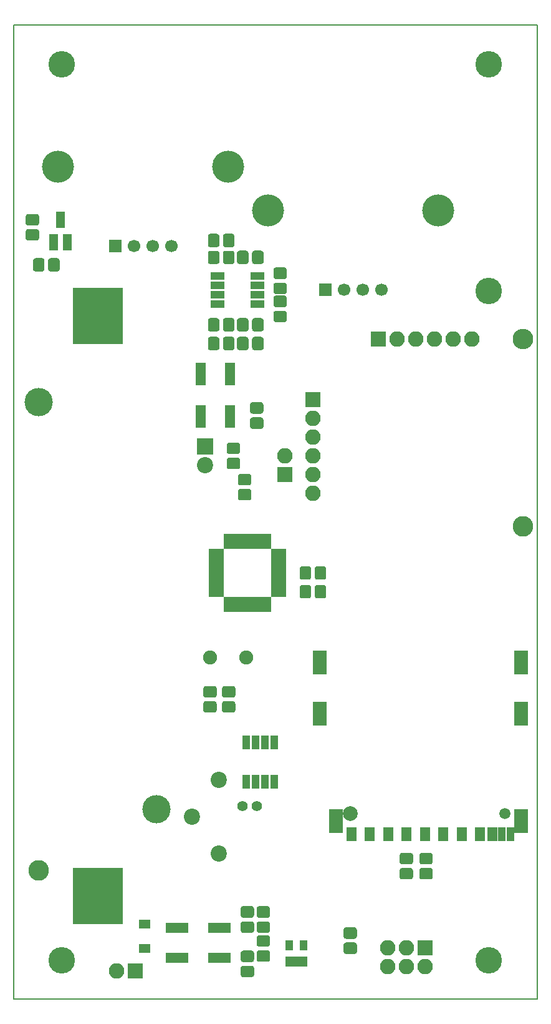
<source format=gbr>
%TF.GenerationSoftware,KiCad,Pcbnew,6.0.0-rc1-unknown-994a9c5~65~ubuntu18.04.1*%
%TF.CreationDate,2018-07-25T16:15:22+03:00*%
%TF.ProjectId,counter-pneumatic-v1-G368,636F756E7465722D706E65756D617469,rev?*%
%TF.SameCoordinates,Original*%
%TF.FileFunction,Soldermask,Top*%
%TF.FilePolarity,Negative*%
%FSLAX46Y46*%
G04 Gerber Fmt 4.6, Leading zero omitted, Abs format (unit mm)*
G04 Created by KiCad (PCBNEW 6.0.0-rc1-unknown-994a9c5~65~ubuntu18.04.1) date Wed Jul 25 16:15:22 2018*
%MOMM*%
%LPD*%
G01*
G04 APERTURE LIST*
%ADD10C,0.150000*%
%ADD11R,1.400000X1.900000*%
%ADD12R,1.100000X1.900000*%
%ADD13C,2.000000*%
%ADD14C,1.500000*%
%ADD15R,1.900000X3.200000*%
%ADD16C,2.200000*%
%ADD17C,1.400000*%
%ADD18C,4.337000*%
%ADD19C,1.700000*%
%ADD20R,1.700000X1.700000*%
%ADD21C,2.790000*%
%ADD22C,3.850000*%
%ADD23R,6.750000X7.740000*%
%ADD24O,2.100000X2.100000*%
%ADD25R,2.100000X2.100000*%
%ADD26R,1.050000X1.460000*%
%ADD27R,1.950000X1.000000*%
%ADD28R,0.950000X2.000000*%
%ADD29R,2.000000X0.950000*%
%ADD30C,1.900000*%
%ADD31R,2.200000X2.200000*%
%ADD32R,3.150000X1.400000*%
%ADD33R,1.400000X3.150000*%
%ADD34R,1.000000X1.950000*%
%ADD35C,3.600000*%
%ADD36C,1.550000*%
%ADD37R,1.600000X1.300000*%
%ADD38R,1.200000X2.300000*%
%ADD39C,2.800000*%
%ADD40O,2.800000X2.800000*%
G04 APERTURE END LIST*
D10*
X185420000Y-22860000D02*
X185420000Y-154940000D01*
X256540000Y-22860000D02*
X185420000Y-22860000D01*
X256540000Y-154940000D02*
X256540000Y-22860000D01*
X185420000Y-154940000D02*
X256540000Y-154940000D01*
D11*
X233790000Y-132625000D03*
X236290000Y-132625000D03*
X238790000Y-132625000D03*
X241290000Y-132625000D03*
X243790000Y-132625000D03*
X246290000Y-132625000D03*
X248720000Y-132625000D03*
X250420000Y-132625000D03*
X231290000Y-132625000D03*
D12*
X251720000Y-132625000D03*
X252920000Y-132625000D03*
D13*
X231165000Y-129825000D03*
D14*
X252165000Y-129825000D03*
D15*
X229215000Y-130825000D03*
X227015000Y-109325000D03*
X254315000Y-109325000D03*
X254315000Y-130825000D03*
X254315000Y-116250000D03*
X227015000Y-116250000D03*
D16*
X213305000Y-125175000D03*
X209605000Y-130175000D03*
X213305000Y-135175000D03*
D17*
X218435000Y-128778000D03*
X216535000Y-128778000D03*
D18*
X191443000Y-42037000D03*
X214557000Y-42037000D03*
D19*
X206810000Y-52832000D03*
X204270000Y-52832000D03*
X201730000Y-52832000D03*
D20*
X199190000Y-52832000D03*
D18*
X220000000Y-48000000D03*
X243114000Y-48000000D03*
D19*
X235367000Y-58795000D03*
X232827000Y-58795000D03*
X230287000Y-58795000D03*
D20*
X227747000Y-58795000D03*
D21*
X188850000Y-137530000D03*
D22*
X204850000Y-129200000D03*
X188850000Y-74000000D03*
D23*
X196850000Y-62270000D03*
X196850000Y-140930000D03*
D24*
X226060000Y-86360000D03*
X226060000Y-83820000D03*
X226060000Y-81280000D03*
X226060000Y-78740000D03*
X226060000Y-76200000D03*
D25*
X226060000Y-73660000D03*
D26*
X222890000Y-147660000D03*
X224790000Y-147660000D03*
X224790000Y-149860000D03*
X223840000Y-149860000D03*
X222890000Y-149860000D03*
D27*
X218539000Y-56896000D03*
X218539000Y-58166000D03*
X218539000Y-59436000D03*
X218539000Y-60706000D03*
X213139000Y-60706000D03*
X213139000Y-59436000D03*
X213139000Y-58166000D03*
X213139000Y-56896000D03*
D28*
X214370000Y-92905000D03*
X215170000Y-92905000D03*
X215970000Y-92905000D03*
X216770000Y-92905000D03*
X217570000Y-92905000D03*
X218370000Y-92905000D03*
X219170000Y-92905000D03*
X219970000Y-92905000D03*
D29*
X221420000Y-94355000D03*
X221420000Y-95155000D03*
X221420000Y-95955000D03*
X221420000Y-96755000D03*
X221420000Y-97555000D03*
X221420000Y-98355000D03*
X221420000Y-99155000D03*
X221420000Y-99955000D03*
D28*
X219970000Y-101405000D03*
X219170000Y-101405000D03*
X218370000Y-101405000D03*
X217570000Y-101405000D03*
X216770000Y-101405000D03*
X215970000Y-101405000D03*
X215170000Y-101405000D03*
X214370000Y-101405000D03*
D29*
X212920000Y-99955000D03*
X212920000Y-99155000D03*
X212920000Y-98355000D03*
X212920000Y-97555000D03*
X212920000Y-96755000D03*
X212920000Y-95955000D03*
X212920000Y-95155000D03*
X212920000Y-94355000D03*
D30*
X216970000Y-108585000D03*
X212090000Y-108585000D03*
D24*
X199390000Y-151130000D03*
D25*
X201930000Y-151130000D03*
X241300000Y-147955000D03*
D24*
X241300000Y-150495000D03*
X238760000Y-147955000D03*
X238760000Y-150495000D03*
X236220000Y-147955000D03*
X236220000Y-150495000D03*
D31*
X211455000Y-80010000D03*
D16*
X211455000Y-82550000D03*
D32*
X213360000Y-149320000D03*
X207600000Y-149320000D03*
X207600000Y-145320000D03*
X213360000Y-145320000D03*
D33*
X214820000Y-75905000D03*
X214820000Y-70145000D03*
X210820000Y-70145000D03*
X210820000Y-75905000D03*
D34*
X217043000Y-125509000D03*
X218313000Y-125509000D03*
X219583000Y-125509000D03*
X220853000Y-125509000D03*
X220853000Y-120109000D03*
X219583000Y-120109000D03*
X218313000Y-120109000D03*
X217043000Y-120109000D03*
D35*
X191980000Y-149650000D03*
X249980000Y-149650000D03*
X191980000Y-28150000D03*
X249980000Y-28150000D03*
X249980000Y-58900000D03*
D10*
G36*
X217766071Y-144396623D02*
X217798781Y-144401475D01*
X217830857Y-144409509D01*
X217861991Y-144420649D01*
X217891884Y-144434787D01*
X217920247Y-144451787D01*
X217946807Y-144471485D01*
X217971308Y-144493692D01*
X217993515Y-144518193D01*
X218013213Y-144544753D01*
X218030213Y-144573116D01*
X218044351Y-144603009D01*
X218055491Y-144634143D01*
X218063525Y-144666219D01*
X218068377Y-144698929D01*
X218070000Y-144731956D01*
X218070000Y-145608044D01*
X218068377Y-145641071D01*
X218063525Y-145673781D01*
X218055491Y-145705857D01*
X218044351Y-145736991D01*
X218030213Y-145766884D01*
X218013213Y-145795247D01*
X217993515Y-145821807D01*
X217971308Y-145846308D01*
X217946807Y-145868515D01*
X217920247Y-145888213D01*
X217891884Y-145905213D01*
X217861991Y-145919351D01*
X217830857Y-145930491D01*
X217798781Y-145938525D01*
X217766071Y-145943377D01*
X217733044Y-145945000D01*
X216606956Y-145945000D01*
X216573929Y-145943377D01*
X216541219Y-145938525D01*
X216509143Y-145930491D01*
X216478009Y-145919351D01*
X216448116Y-145905213D01*
X216419753Y-145888213D01*
X216393193Y-145868515D01*
X216368692Y-145846308D01*
X216346485Y-145821807D01*
X216326787Y-145795247D01*
X216309787Y-145766884D01*
X216295649Y-145736991D01*
X216284509Y-145705857D01*
X216276475Y-145673781D01*
X216271623Y-145641071D01*
X216270000Y-145608044D01*
X216270000Y-144731956D01*
X216271623Y-144698929D01*
X216276475Y-144666219D01*
X216284509Y-144634143D01*
X216295649Y-144603009D01*
X216309787Y-144573116D01*
X216326787Y-144544753D01*
X216346485Y-144518193D01*
X216368692Y-144493692D01*
X216393193Y-144471485D01*
X216419753Y-144451787D01*
X216448116Y-144434787D01*
X216478009Y-144420649D01*
X216509143Y-144409509D01*
X216541219Y-144401475D01*
X216573929Y-144396623D01*
X216606956Y-144395000D01*
X217733044Y-144395000D01*
X217766071Y-144396623D01*
X217766071Y-144396623D01*
G37*
D36*
X217170000Y-145170000D03*
D10*
G36*
X217766071Y-142346623D02*
X217798781Y-142351475D01*
X217830857Y-142359509D01*
X217861991Y-142370649D01*
X217891884Y-142384787D01*
X217920247Y-142401787D01*
X217946807Y-142421485D01*
X217971308Y-142443692D01*
X217993515Y-142468193D01*
X218013213Y-142494753D01*
X218030213Y-142523116D01*
X218044351Y-142553009D01*
X218055491Y-142584143D01*
X218063525Y-142616219D01*
X218068377Y-142648929D01*
X218070000Y-142681956D01*
X218070000Y-143558044D01*
X218068377Y-143591071D01*
X218063525Y-143623781D01*
X218055491Y-143655857D01*
X218044351Y-143686991D01*
X218030213Y-143716884D01*
X218013213Y-143745247D01*
X217993515Y-143771807D01*
X217971308Y-143796308D01*
X217946807Y-143818515D01*
X217920247Y-143838213D01*
X217891884Y-143855213D01*
X217861991Y-143869351D01*
X217830857Y-143880491D01*
X217798781Y-143888525D01*
X217766071Y-143893377D01*
X217733044Y-143895000D01*
X216606956Y-143895000D01*
X216573929Y-143893377D01*
X216541219Y-143888525D01*
X216509143Y-143880491D01*
X216478009Y-143869351D01*
X216448116Y-143855213D01*
X216419753Y-143838213D01*
X216393193Y-143818515D01*
X216368692Y-143796308D01*
X216346485Y-143771807D01*
X216326787Y-143745247D01*
X216309787Y-143716884D01*
X216295649Y-143686991D01*
X216284509Y-143655857D01*
X216276475Y-143623781D01*
X216271623Y-143591071D01*
X216270000Y-143558044D01*
X216270000Y-142681956D01*
X216271623Y-142648929D01*
X216276475Y-142616219D01*
X216284509Y-142584143D01*
X216295649Y-142553009D01*
X216309787Y-142523116D01*
X216326787Y-142494753D01*
X216346485Y-142468193D01*
X216368692Y-142443692D01*
X216393193Y-142421485D01*
X216419753Y-142401787D01*
X216448116Y-142384787D01*
X216478009Y-142370649D01*
X216509143Y-142359509D01*
X216541219Y-142351475D01*
X216573929Y-142346623D01*
X216606956Y-142345000D01*
X217733044Y-142345000D01*
X217766071Y-142346623D01*
X217766071Y-142346623D01*
G37*
D36*
X217170000Y-143120000D03*
D10*
G36*
X231736071Y-145219123D02*
X231768781Y-145223975D01*
X231800857Y-145232009D01*
X231831991Y-145243149D01*
X231861884Y-145257287D01*
X231890247Y-145274287D01*
X231916807Y-145293985D01*
X231941308Y-145316192D01*
X231963515Y-145340693D01*
X231983213Y-145367253D01*
X232000213Y-145395616D01*
X232014351Y-145425509D01*
X232025491Y-145456643D01*
X232033525Y-145488719D01*
X232038377Y-145521429D01*
X232040000Y-145554456D01*
X232040000Y-146430544D01*
X232038377Y-146463571D01*
X232033525Y-146496281D01*
X232025491Y-146528357D01*
X232014351Y-146559491D01*
X232000213Y-146589384D01*
X231983213Y-146617747D01*
X231963515Y-146644307D01*
X231941308Y-146668808D01*
X231916807Y-146691015D01*
X231890247Y-146710713D01*
X231861884Y-146727713D01*
X231831991Y-146741851D01*
X231800857Y-146752991D01*
X231768781Y-146761025D01*
X231736071Y-146765877D01*
X231703044Y-146767500D01*
X230576956Y-146767500D01*
X230543929Y-146765877D01*
X230511219Y-146761025D01*
X230479143Y-146752991D01*
X230448009Y-146741851D01*
X230418116Y-146727713D01*
X230389753Y-146710713D01*
X230363193Y-146691015D01*
X230338692Y-146668808D01*
X230316485Y-146644307D01*
X230296787Y-146617747D01*
X230279787Y-146589384D01*
X230265649Y-146559491D01*
X230254509Y-146528357D01*
X230246475Y-146496281D01*
X230241623Y-146463571D01*
X230240000Y-146430544D01*
X230240000Y-145554456D01*
X230241623Y-145521429D01*
X230246475Y-145488719D01*
X230254509Y-145456643D01*
X230265649Y-145425509D01*
X230279787Y-145395616D01*
X230296787Y-145367253D01*
X230316485Y-145340693D01*
X230338692Y-145316192D01*
X230363193Y-145293985D01*
X230389753Y-145274287D01*
X230418116Y-145257287D01*
X230448009Y-145243149D01*
X230479143Y-145232009D01*
X230511219Y-145223975D01*
X230543929Y-145219123D01*
X230576956Y-145217500D01*
X231703044Y-145217500D01*
X231736071Y-145219123D01*
X231736071Y-145219123D01*
G37*
D36*
X231140000Y-145992500D03*
D10*
G36*
X231736071Y-147269123D02*
X231768781Y-147273975D01*
X231800857Y-147282009D01*
X231831991Y-147293149D01*
X231861884Y-147307287D01*
X231890247Y-147324287D01*
X231916807Y-147343985D01*
X231941308Y-147366192D01*
X231963515Y-147390693D01*
X231983213Y-147417253D01*
X232000213Y-147445616D01*
X232014351Y-147475509D01*
X232025491Y-147506643D01*
X232033525Y-147538719D01*
X232038377Y-147571429D01*
X232040000Y-147604456D01*
X232040000Y-148480544D01*
X232038377Y-148513571D01*
X232033525Y-148546281D01*
X232025491Y-148578357D01*
X232014351Y-148609491D01*
X232000213Y-148639384D01*
X231983213Y-148667747D01*
X231963515Y-148694307D01*
X231941308Y-148718808D01*
X231916807Y-148741015D01*
X231890247Y-148760713D01*
X231861884Y-148777713D01*
X231831991Y-148791851D01*
X231800857Y-148802991D01*
X231768781Y-148811025D01*
X231736071Y-148815877D01*
X231703044Y-148817500D01*
X230576956Y-148817500D01*
X230543929Y-148815877D01*
X230511219Y-148811025D01*
X230479143Y-148802991D01*
X230448009Y-148791851D01*
X230418116Y-148777713D01*
X230389753Y-148760713D01*
X230363193Y-148741015D01*
X230338692Y-148718808D01*
X230316485Y-148694307D01*
X230296787Y-148667747D01*
X230279787Y-148639384D01*
X230265649Y-148609491D01*
X230254509Y-148578357D01*
X230246475Y-148546281D01*
X230241623Y-148513571D01*
X230240000Y-148480544D01*
X230240000Y-147604456D01*
X230241623Y-147571429D01*
X230246475Y-147538719D01*
X230254509Y-147506643D01*
X230265649Y-147475509D01*
X230279787Y-147445616D01*
X230296787Y-147417253D01*
X230316485Y-147390693D01*
X230338692Y-147366192D01*
X230363193Y-147343985D01*
X230389753Y-147324287D01*
X230418116Y-147307287D01*
X230448009Y-147293149D01*
X230479143Y-147282009D01*
X230511219Y-147273975D01*
X230543929Y-147269123D01*
X230576956Y-147267500D01*
X231703044Y-147267500D01*
X231736071Y-147269123D01*
X231736071Y-147269123D01*
G37*
D36*
X231140000Y-148042500D03*
D10*
G36*
X239356071Y-135115799D02*
X239388781Y-135120651D01*
X239420857Y-135128685D01*
X239451991Y-135139825D01*
X239481884Y-135153963D01*
X239510247Y-135170963D01*
X239536807Y-135190661D01*
X239561308Y-135212868D01*
X239583515Y-135237369D01*
X239603213Y-135263929D01*
X239620213Y-135292292D01*
X239634351Y-135322185D01*
X239645491Y-135353319D01*
X239653525Y-135385395D01*
X239658377Y-135418105D01*
X239660000Y-135451132D01*
X239660000Y-136327220D01*
X239658377Y-136360247D01*
X239653525Y-136392957D01*
X239645491Y-136425033D01*
X239634351Y-136456167D01*
X239620213Y-136486060D01*
X239603213Y-136514423D01*
X239583515Y-136540983D01*
X239561308Y-136565484D01*
X239536807Y-136587691D01*
X239510247Y-136607389D01*
X239481884Y-136624389D01*
X239451991Y-136638527D01*
X239420857Y-136649667D01*
X239388781Y-136657701D01*
X239356071Y-136662553D01*
X239323044Y-136664176D01*
X238196956Y-136664176D01*
X238163929Y-136662553D01*
X238131219Y-136657701D01*
X238099143Y-136649667D01*
X238068009Y-136638527D01*
X238038116Y-136624389D01*
X238009753Y-136607389D01*
X237983193Y-136587691D01*
X237958692Y-136565484D01*
X237936485Y-136540983D01*
X237916787Y-136514423D01*
X237899787Y-136486060D01*
X237885649Y-136456167D01*
X237874509Y-136425033D01*
X237866475Y-136392957D01*
X237861623Y-136360247D01*
X237860000Y-136327220D01*
X237860000Y-135451132D01*
X237861623Y-135418105D01*
X237866475Y-135385395D01*
X237874509Y-135353319D01*
X237885649Y-135322185D01*
X237899787Y-135292292D01*
X237916787Y-135263929D01*
X237936485Y-135237369D01*
X237958692Y-135212868D01*
X237983193Y-135190661D01*
X238009753Y-135170963D01*
X238038116Y-135153963D01*
X238068009Y-135139825D01*
X238099143Y-135128685D01*
X238131219Y-135120651D01*
X238163929Y-135115799D01*
X238196956Y-135114176D01*
X239323044Y-135114176D01*
X239356071Y-135115799D01*
X239356071Y-135115799D01*
G37*
D36*
X238760000Y-135889176D03*
D10*
G36*
X239356071Y-137165799D02*
X239388781Y-137170651D01*
X239420857Y-137178685D01*
X239451991Y-137189825D01*
X239481884Y-137203963D01*
X239510247Y-137220963D01*
X239536807Y-137240661D01*
X239561308Y-137262868D01*
X239583515Y-137287369D01*
X239603213Y-137313929D01*
X239620213Y-137342292D01*
X239634351Y-137372185D01*
X239645491Y-137403319D01*
X239653525Y-137435395D01*
X239658377Y-137468105D01*
X239660000Y-137501132D01*
X239660000Y-138377220D01*
X239658377Y-138410247D01*
X239653525Y-138442957D01*
X239645491Y-138475033D01*
X239634351Y-138506167D01*
X239620213Y-138536060D01*
X239603213Y-138564423D01*
X239583515Y-138590983D01*
X239561308Y-138615484D01*
X239536807Y-138637691D01*
X239510247Y-138657389D01*
X239481884Y-138674389D01*
X239451991Y-138688527D01*
X239420857Y-138699667D01*
X239388781Y-138707701D01*
X239356071Y-138712553D01*
X239323044Y-138714176D01*
X238196956Y-138714176D01*
X238163929Y-138712553D01*
X238131219Y-138707701D01*
X238099143Y-138699667D01*
X238068009Y-138688527D01*
X238038116Y-138674389D01*
X238009753Y-138657389D01*
X237983193Y-138637691D01*
X237958692Y-138615484D01*
X237936485Y-138590983D01*
X237916787Y-138564423D01*
X237899787Y-138536060D01*
X237885649Y-138506167D01*
X237874509Y-138475033D01*
X237866475Y-138442957D01*
X237861623Y-138410247D01*
X237860000Y-138377220D01*
X237860000Y-137501132D01*
X237861623Y-137468105D01*
X237866475Y-137435395D01*
X237874509Y-137403319D01*
X237885649Y-137372185D01*
X237899787Y-137342292D01*
X237916787Y-137313929D01*
X237936485Y-137287369D01*
X237958692Y-137262868D01*
X237983193Y-137240661D01*
X238009753Y-137220963D01*
X238038116Y-137203963D01*
X238068009Y-137189825D01*
X238099143Y-137178685D01*
X238131219Y-137170651D01*
X238163929Y-137165799D01*
X238196956Y-137164176D01*
X239323044Y-137164176D01*
X239356071Y-137165799D01*
X239356071Y-137165799D01*
G37*
D36*
X238760000Y-137939176D03*
D10*
G36*
X227556071Y-98796623D02*
X227588781Y-98801475D01*
X227620857Y-98809509D01*
X227651991Y-98820649D01*
X227681884Y-98834787D01*
X227710247Y-98851787D01*
X227736807Y-98871485D01*
X227761308Y-98893692D01*
X227783515Y-98918193D01*
X227803213Y-98944753D01*
X227820213Y-98973116D01*
X227834351Y-99003009D01*
X227845491Y-99034143D01*
X227853525Y-99066219D01*
X227858377Y-99098929D01*
X227860000Y-99131956D01*
X227860000Y-100258044D01*
X227858377Y-100291071D01*
X227853525Y-100323781D01*
X227845491Y-100355857D01*
X227834351Y-100386991D01*
X227820213Y-100416884D01*
X227803213Y-100445247D01*
X227783515Y-100471807D01*
X227761308Y-100496308D01*
X227736807Y-100518515D01*
X227710247Y-100538213D01*
X227681884Y-100555213D01*
X227651991Y-100569351D01*
X227620857Y-100580491D01*
X227588781Y-100588525D01*
X227556071Y-100593377D01*
X227523044Y-100595000D01*
X226646956Y-100595000D01*
X226613929Y-100593377D01*
X226581219Y-100588525D01*
X226549143Y-100580491D01*
X226518009Y-100569351D01*
X226488116Y-100555213D01*
X226459753Y-100538213D01*
X226433193Y-100518515D01*
X226408692Y-100496308D01*
X226386485Y-100471807D01*
X226366787Y-100445247D01*
X226349787Y-100416884D01*
X226335649Y-100386991D01*
X226324509Y-100355857D01*
X226316475Y-100323781D01*
X226311623Y-100291071D01*
X226310000Y-100258044D01*
X226310000Y-99131956D01*
X226311623Y-99098929D01*
X226316475Y-99066219D01*
X226324509Y-99034143D01*
X226335649Y-99003009D01*
X226349787Y-98973116D01*
X226366787Y-98944753D01*
X226386485Y-98918193D01*
X226408692Y-98893692D01*
X226433193Y-98871485D01*
X226459753Y-98851787D01*
X226488116Y-98834787D01*
X226518009Y-98820649D01*
X226549143Y-98809509D01*
X226581219Y-98801475D01*
X226613929Y-98796623D01*
X226646956Y-98795000D01*
X227523044Y-98795000D01*
X227556071Y-98796623D01*
X227556071Y-98796623D01*
G37*
D36*
X227085000Y-99695000D03*
D10*
G36*
X225506071Y-98796623D02*
X225538781Y-98801475D01*
X225570857Y-98809509D01*
X225601991Y-98820649D01*
X225631884Y-98834787D01*
X225660247Y-98851787D01*
X225686807Y-98871485D01*
X225711308Y-98893692D01*
X225733515Y-98918193D01*
X225753213Y-98944753D01*
X225770213Y-98973116D01*
X225784351Y-99003009D01*
X225795491Y-99034143D01*
X225803525Y-99066219D01*
X225808377Y-99098929D01*
X225810000Y-99131956D01*
X225810000Y-100258044D01*
X225808377Y-100291071D01*
X225803525Y-100323781D01*
X225795491Y-100355857D01*
X225784351Y-100386991D01*
X225770213Y-100416884D01*
X225753213Y-100445247D01*
X225733515Y-100471807D01*
X225711308Y-100496308D01*
X225686807Y-100518515D01*
X225660247Y-100538213D01*
X225631884Y-100555213D01*
X225601991Y-100569351D01*
X225570857Y-100580491D01*
X225538781Y-100588525D01*
X225506071Y-100593377D01*
X225473044Y-100595000D01*
X224596956Y-100595000D01*
X224563929Y-100593377D01*
X224531219Y-100588525D01*
X224499143Y-100580491D01*
X224468009Y-100569351D01*
X224438116Y-100555213D01*
X224409753Y-100538213D01*
X224383193Y-100518515D01*
X224358692Y-100496308D01*
X224336485Y-100471807D01*
X224316787Y-100445247D01*
X224299787Y-100416884D01*
X224285649Y-100386991D01*
X224274509Y-100355857D01*
X224266475Y-100323781D01*
X224261623Y-100291071D01*
X224260000Y-100258044D01*
X224260000Y-99131956D01*
X224261623Y-99098929D01*
X224266475Y-99066219D01*
X224274509Y-99034143D01*
X224285649Y-99003009D01*
X224299787Y-98973116D01*
X224316787Y-98944753D01*
X224336485Y-98918193D01*
X224358692Y-98893692D01*
X224383193Y-98871485D01*
X224409753Y-98851787D01*
X224438116Y-98834787D01*
X224468009Y-98820649D01*
X224499143Y-98809509D01*
X224531219Y-98801475D01*
X224563929Y-98796623D01*
X224596956Y-98795000D01*
X225473044Y-98795000D01*
X225506071Y-98796623D01*
X225506071Y-98796623D01*
G37*
D36*
X225035000Y-99695000D03*
D10*
G36*
X242027973Y-135115799D02*
X242060683Y-135120651D01*
X242092759Y-135128685D01*
X242123893Y-135139825D01*
X242153786Y-135153963D01*
X242182149Y-135170963D01*
X242208709Y-135190661D01*
X242233210Y-135212868D01*
X242255417Y-135237369D01*
X242275115Y-135263929D01*
X242292115Y-135292292D01*
X242306253Y-135322185D01*
X242317393Y-135353319D01*
X242325427Y-135385395D01*
X242330279Y-135418105D01*
X242331902Y-135451132D01*
X242331902Y-136327220D01*
X242330279Y-136360247D01*
X242325427Y-136392957D01*
X242317393Y-136425033D01*
X242306253Y-136456167D01*
X242292115Y-136486060D01*
X242275115Y-136514423D01*
X242255417Y-136540983D01*
X242233210Y-136565484D01*
X242208709Y-136587691D01*
X242182149Y-136607389D01*
X242153786Y-136624389D01*
X242123893Y-136638527D01*
X242092759Y-136649667D01*
X242060683Y-136657701D01*
X242027973Y-136662553D01*
X241994946Y-136664176D01*
X240868858Y-136664176D01*
X240835831Y-136662553D01*
X240803121Y-136657701D01*
X240771045Y-136649667D01*
X240739911Y-136638527D01*
X240710018Y-136624389D01*
X240681655Y-136607389D01*
X240655095Y-136587691D01*
X240630594Y-136565484D01*
X240608387Y-136540983D01*
X240588689Y-136514423D01*
X240571689Y-136486060D01*
X240557551Y-136456167D01*
X240546411Y-136425033D01*
X240538377Y-136392957D01*
X240533525Y-136360247D01*
X240531902Y-136327220D01*
X240531902Y-135451132D01*
X240533525Y-135418105D01*
X240538377Y-135385395D01*
X240546411Y-135353319D01*
X240557551Y-135322185D01*
X240571689Y-135292292D01*
X240588689Y-135263929D01*
X240608387Y-135237369D01*
X240630594Y-135212868D01*
X240655095Y-135190661D01*
X240681655Y-135170963D01*
X240710018Y-135153963D01*
X240739911Y-135139825D01*
X240771045Y-135128685D01*
X240803121Y-135120651D01*
X240835831Y-135115799D01*
X240868858Y-135114176D01*
X241994946Y-135114176D01*
X242027973Y-135115799D01*
X242027973Y-135115799D01*
G37*
D36*
X241431902Y-135889176D03*
D10*
G36*
X242027973Y-137165799D02*
X242060683Y-137170651D01*
X242092759Y-137178685D01*
X242123893Y-137189825D01*
X242153786Y-137203963D01*
X242182149Y-137220963D01*
X242208709Y-137240661D01*
X242233210Y-137262868D01*
X242255417Y-137287369D01*
X242275115Y-137313929D01*
X242292115Y-137342292D01*
X242306253Y-137372185D01*
X242317393Y-137403319D01*
X242325427Y-137435395D01*
X242330279Y-137468105D01*
X242331902Y-137501132D01*
X242331902Y-138377220D01*
X242330279Y-138410247D01*
X242325427Y-138442957D01*
X242317393Y-138475033D01*
X242306253Y-138506167D01*
X242292115Y-138536060D01*
X242275115Y-138564423D01*
X242255417Y-138590983D01*
X242233210Y-138615484D01*
X242208709Y-138637691D01*
X242182149Y-138657389D01*
X242153786Y-138674389D01*
X242123893Y-138688527D01*
X242092759Y-138699667D01*
X242060683Y-138707701D01*
X242027973Y-138712553D01*
X241994946Y-138714176D01*
X240868858Y-138714176D01*
X240835831Y-138712553D01*
X240803121Y-138707701D01*
X240771045Y-138699667D01*
X240739911Y-138688527D01*
X240710018Y-138674389D01*
X240681655Y-138657389D01*
X240655095Y-138637691D01*
X240630594Y-138615484D01*
X240608387Y-138590983D01*
X240588689Y-138564423D01*
X240571689Y-138536060D01*
X240557551Y-138506167D01*
X240546411Y-138475033D01*
X240538377Y-138442957D01*
X240533525Y-138410247D01*
X240531902Y-138377220D01*
X240531902Y-137501132D01*
X240533525Y-137468105D01*
X240538377Y-137435395D01*
X240546411Y-137403319D01*
X240557551Y-137372185D01*
X240571689Y-137342292D01*
X240588689Y-137313929D01*
X240608387Y-137287369D01*
X240630594Y-137262868D01*
X240655095Y-137240661D01*
X240681655Y-137220963D01*
X240710018Y-137203963D01*
X240739911Y-137189825D01*
X240771045Y-137178685D01*
X240803121Y-137170651D01*
X240835831Y-137165799D01*
X240868858Y-137164176D01*
X241994946Y-137164176D01*
X242027973Y-137165799D01*
X242027973Y-137165799D01*
G37*
D36*
X241431902Y-137939176D03*
D10*
G36*
X227556071Y-96256623D02*
X227588781Y-96261475D01*
X227620857Y-96269509D01*
X227651991Y-96280649D01*
X227681884Y-96294787D01*
X227710247Y-96311787D01*
X227736807Y-96331485D01*
X227761308Y-96353692D01*
X227783515Y-96378193D01*
X227803213Y-96404753D01*
X227820213Y-96433116D01*
X227834351Y-96463009D01*
X227845491Y-96494143D01*
X227853525Y-96526219D01*
X227858377Y-96558929D01*
X227860000Y-96591956D01*
X227860000Y-97718044D01*
X227858377Y-97751071D01*
X227853525Y-97783781D01*
X227845491Y-97815857D01*
X227834351Y-97846991D01*
X227820213Y-97876884D01*
X227803213Y-97905247D01*
X227783515Y-97931807D01*
X227761308Y-97956308D01*
X227736807Y-97978515D01*
X227710247Y-97998213D01*
X227681884Y-98015213D01*
X227651991Y-98029351D01*
X227620857Y-98040491D01*
X227588781Y-98048525D01*
X227556071Y-98053377D01*
X227523044Y-98055000D01*
X226646956Y-98055000D01*
X226613929Y-98053377D01*
X226581219Y-98048525D01*
X226549143Y-98040491D01*
X226518009Y-98029351D01*
X226488116Y-98015213D01*
X226459753Y-97998213D01*
X226433193Y-97978515D01*
X226408692Y-97956308D01*
X226386485Y-97931807D01*
X226366787Y-97905247D01*
X226349787Y-97876884D01*
X226335649Y-97846991D01*
X226324509Y-97815857D01*
X226316475Y-97783781D01*
X226311623Y-97751071D01*
X226310000Y-97718044D01*
X226310000Y-96591956D01*
X226311623Y-96558929D01*
X226316475Y-96526219D01*
X226324509Y-96494143D01*
X226335649Y-96463009D01*
X226349787Y-96433116D01*
X226366787Y-96404753D01*
X226386485Y-96378193D01*
X226408692Y-96353692D01*
X226433193Y-96331485D01*
X226459753Y-96311787D01*
X226488116Y-96294787D01*
X226518009Y-96280649D01*
X226549143Y-96269509D01*
X226581219Y-96261475D01*
X226613929Y-96256623D01*
X226646956Y-96255000D01*
X227523044Y-96255000D01*
X227556071Y-96256623D01*
X227556071Y-96256623D01*
G37*
D36*
X227085000Y-97155000D03*
D10*
G36*
X225506071Y-96256623D02*
X225538781Y-96261475D01*
X225570857Y-96269509D01*
X225601991Y-96280649D01*
X225631884Y-96294787D01*
X225660247Y-96311787D01*
X225686807Y-96331485D01*
X225711308Y-96353692D01*
X225733515Y-96378193D01*
X225753213Y-96404753D01*
X225770213Y-96433116D01*
X225784351Y-96463009D01*
X225795491Y-96494143D01*
X225803525Y-96526219D01*
X225808377Y-96558929D01*
X225810000Y-96591956D01*
X225810000Y-97718044D01*
X225808377Y-97751071D01*
X225803525Y-97783781D01*
X225795491Y-97815857D01*
X225784351Y-97846991D01*
X225770213Y-97876884D01*
X225753213Y-97905247D01*
X225733515Y-97931807D01*
X225711308Y-97956308D01*
X225686807Y-97978515D01*
X225660247Y-97998213D01*
X225631884Y-98015213D01*
X225601991Y-98029351D01*
X225570857Y-98040491D01*
X225538781Y-98048525D01*
X225506071Y-98053377D01*
X225473044Y-98055000D01*
X224596956Y-98055000D01*
X224563929Y-98053377D01*
X224531219Y-98048525D01*
X224499143Y-98040491D01*
X224468009Y-98029351D01*
X224438116Y-98015213D01*
X224409753Y-97998213D01*
X224383193Y-97978515D01*
X224358692Y-97956308D01*
X224336485Y-97931807D01*
X224316787Y-97905247D01*
X224299787Y-97876884D01*
X224285649Y-97846991D01*
X224274509Y-97815857D01*
X224266475Y-97783781D01*
X224261623Y-97751071D01*
X224260000Y-97718044D01*
X224260000Y-96591956D01*
X224261623Y-96558929D01*
X224266475Y-96526219D01*
X224274509Y-96494143D01*
X224285649Y-96463009D01*
X224299787Y-96433116D01*
X224316787Y-96404753D01*
X224336485Y-96378193D01*
X224358692Y-96353692D01*
X224383193Y-96331485D01*
X224409753Y-96311787D01*
X224438116Y-96294787D01*
X224468009Y-96280649D01*
X224499143Y-96269509D01*
X224531219Y-96261475D01*
X224563929Y-96256623D01*
X224596956Y-96255000D01*
X225473044Y-96255000D01*
X225506071Y-96256623D01*
X225506071Y-96256623D01*
G37*
D36*
X225035000Y-97155000D03*
D10*
G36*
X219036071Y-74011623D02*
X219068781Y-74016475D01*
X219100857Y-74024509D01*
X219131991Y-74035649D01*
X219161884Y-74049787D01*
X219190247Y-74066787D01*
X219216807Y-74086485D01*
X219241308Y-74108692D01*
X219263515Y-74133193D01*
X219283213Y-74159753D01*
X219300213Y-74188116D01*
X219314351Y-74218009D01*
X219325491Y-74249143D01*
X219333525Y-74281219D01*
X219338377Y-74313929D01*
X219340000Y-74346956D01*
X219340000Y-75223044D01*
X219338377Y-75256071D01*
X219333525Y-75288781D01*
X219325491Y-75320857D01*
X219314351Y-75351991D01*
X219300213Y-75381884D01*
X219283213Y-75410247D01*
X219263515Y-75436807D01*
X219241308Y-75461308D01*
X219216807Y-75483515D01*
X219190247Y-75503213D01*
X219161884Y-75520213D01*
X219131991Y-75534351D01*
X219100857Y-75545491D01*
X219068781Y-75553525D01*
X219036071Y-75558377D01*
X219003044Y-75560000D01*
X217876956Y-75560000D01*
X217843929Y-75558377D01*
X217811219Y-75553525D01*
X217779143Y-75545491D01*
X217748009Y-75534351D01*
X217718116Y-75520213D01*
X217689753Y-75503213D01*
X217663193Y-75483515D01*
X217638692Y-75461308D01*
X217616485Y-75436807D01*
X217596787Y-75410247D01*
X217579787Y-75381884D01*
X217565649Y-75351991D01*
X217554509Y-75320857D01*
X217546475Y-75288781D01*
X217541623Y-75256071D01*
X217540000Y-75223044D01*
X217540000Y-74346956D01*
X217541623Y-74313929D01*
X217546475Y-74281219D01*
X217554509Y-74249143D01*
X217565649Y-74218009D01*
X217579787Y-74188116D01*
X217596787Y-74159753D01*
X217616485Y-74133193D01*
X217638692Y-74108692D01*
X217663193Y-74086485D01*
X217689753Y-74066787D01*
X217718116Y-74049787D01*
X217748009Y-74035649D01*
X217779143Y-74024509D01*
X217811219Y-74016475D01*
X217843929Y-74011623D01*
X217876956Y-74010000D01*
X219003044Y-74010000D01*
X219036071Y-74011623D01*
X219036071Y-74011623D01*
G37*
D36*
X218440000Y-74785000D03*
D10*
G36*
X219036071Y-76061623D02*
X219068781Y-76066475D01*
X219100857Y-76074509D01*
X219131991Y-76085649D01*
X219161884Y-76099787D01*
X219190247Y-76116787D01*
X219216807Y-76136485D01*
X219241308Y-76158692D01*
X219263515Y-76183193D01*
X219283213Y-76209753D01*
X219300213Y-76238116D01*
X219314351Y-76268009D01*
X219325491Y-76299143D01*
X219333525Y-76331219D01*
X219338377Y-76363929D01*
X219340000Y-76396956D01*
X219340000Y-77273044D01*
X219338377Y-77306071D01*
X219333525Y-77338781D01*
X219325491Y-77370857D01*
X219314351Y-77401991D01*
X219300213Y-77431884D01*
X219283213Y-77460247D01*
X219263515Y-77486807D01*
X219241308Y-77511308D01*
X219216807Y-77533515D01*
X219190247Y-77553213D01*
X219161884Y-77570213D01*
X219131991Y-77584351D01*
X219100857Y-77595491D01*
X219068781Y-77603525D01*
X219036071Y-77608377D01*
X219003044Y-77610000D01*
X217876956Y-77610000D01*
X217843929Y-77608377D01*
X217811219Y-77603525D01*
X217779143Y-77595491D01*
X217748009Y-77584351D01*
X217718116Y-77570213D01*
X217689753Y-77553213D01*
X217663193Y-77533515D01*
X217638692Y-77511308D01*
X217616485Y-77486807D01*
X217596787Y-77460247D01*
X217579787Y-77431884D01*
X217565649Y-77401991D01*
X217554509Y-77370857D01*
X217546475Y-77338781D01*
X217541623Y-77306071D01*
X217540000Y-77273044D01*
X217540000Y-76396956D01*
X217541623Y-76363929D01*
X217546475Y-76331219D01*
X217554509Y-76299143D01*
X217565649Y-76268009D01*
X217579787Y-76238116D01*
X217596787Y-76209753D01*
X217616485Y-76183193D01*
X217638692Y-76158692D01*
X217663193Y-76136485D01*
X217689753Y-76116787D01*
X217718116Y-76099787D01*
X217748009Y-76085649D01*
X217779143Y-76074509D01*
X217811219Y-76066475D01*
X217843929Y-76061623D01*
X217876956Y-76060000D01*
X219003044Y-76060000D01*
X219036071Y-76061623D01*
X219036071Y-76061623D01*
G37*
D36*
X218440000Y-76835000D03*
D10*
G36*
X212686071Y-114551623D02*
X212718781Y-114556475D01*
X212750857Y-114564509D01*
X212781991Y-114575649D01*
X212811884Y-114589787D01*
X212840247Y-114606787D01*
X212866807Y-114626485D01*
X212891308Y-114648692D01*
X212913515Y-114673193D01*
X212933213Y-114699753D01*
X212950213Y-114728116D01*
X212964351Y-114758009D01*
X212975491Y-114789143D01*
X212983525Y-114821219D01*
X212988377Y-114853929D01*
X212990000Y-114886956D01*
X212990000Y-115763044D01*
X212988377Y-115796071D01*
X212983525Y-115828781D01*
X212975491Y-115860857D01*
X212964351Y-115891991D01*
X212950213Y-115921884D01*
X212933213Y-115950247D01*
X212913515Y-115976807D01*
X212891308Y-116001308D01*
X212866807Y-116023515D01*
X212840247Y-116043213D01*
X212811884Y-116060213D01*
X212781991Y-116074351D01*
X212750857Y-116085491D01*
X212718781Y-116093525D01*
X212686071Y-116098377D01*
X212653044Y-116100000D01*
X211526956Y-116100000D01*
X211493929Y-116098377D01*
X211461219Y-116093525D01*
X211429143Y-116085491D01*
X211398009Y-116074351D01*
X211368116Y-116060213D01*
X211339753Y-116043213D01*
X211313193Y-116023515D01*
X211288692Y-116001308D01*
X211266485Y-115976807D01*
X211246787Y-115950247D01*
X211229787Y-115921884D01*
X211215649Y-115891991D01*
X211204509Y-115860857D01*
X211196475Y-115828781D01*
X211191623Y-115796071D01*
X211190000Y-115763044D01*
X211190000Y-114886956D01*
X211191623Y-114853929D01*
X211196475Y-114821219D01*
X211204509Y-114789143D01*
X211215649Y-114758009D01*
X211229787Y-114728116D01*
X211246787Y-114699753D01*
X211266485Y-114673193D01*
X211288692Y-114648692D01*
X211313193Y-114626485D01*
X211339753Y-114606787D01*
X211368116Y-114589787D01*
X211398009Y-114575649D01*
X211429143Y-114564509D01*
X211461219Y-114556475D01*
X211493929Y-114551623D01*
X211526956Y-114550000D01*
X212653044Y-114550000D01*
X212686071Y-114551623D01*
X212686071Y-114551623D01*
G37*
D36*
X212090000Y-115325000D03*
D10*
G36*
X212686071Y-112501623D02*
X212718781Y-112506475D01*
X212750857Y-112514509D01*
X212781991Y-112525649D01*
X212811884Y-112539787D01*
X212840247Y-112556787D01*
X212866807Y-112576485D01*
X212891308Y-112598692D01*
X212913515Y-112623193D01*
X212933213Y-112649753D01*
X212950213Y-112678116D01*
X212964351Y-112708009D01*
X212975491Y-112739143D01*
X212983525Y-112771219D01*
X212988377Y-112803929D01*
X212990000Y-112836956D01*
X212990000Y-113713044D01*
X212988377Y-113746071D01*
X212983525Y-113778781D01*
X212975491Y-113810857D01*
X212964351Y-113841991D01*
X212950213Y-113871884D01*
X212933213Y-113900247D01*
X212913515Y-113926807D01*
X212891308Y-113951308D01*
X212866807Y-113973515D01*
X212840247Y-113993213D01*
X212811884Y-114010213D01*
X212781991Y-114024351D01*
X212750857Y-114035491D01*
X212718781Y-114043525D01*
X212686071Y-114048377D01*
X212653044Y-114050000D01*
X211526956Y-114050000D01*
X211493929Y-114048377D01*
X211461219Y-114043525D01*
X211429143Y-114035491D01*
X211398009Y-114024351D01*
X211368116Y-114010213D01*
X211339753Y-113993213D01*
X211313193Y-113973515D01*
X211288692Y-113951308D01*
X211266485Y-113926807D01*
X211246787Y-113900247D01*
X211229787Y-113871884D01*
X211215649Y-113841991D01*
X211204509Y-113810857D01*
X211196475Y-113778781D01*
X211191623Y-113746071D01*
X211190000Y-113713044D01*
X211190000Y-112836956D01*
X211191623Y-112803929D01*
X211196475Y-112771219D01*
X211204509Y-112739143D01*
X211215649Y-112708009D01*
X211229787Y-112678116D01*
X211246787Y-112649753D01*
X211266485Y-112623193D01*
X211288692Y-112598692D01*
X211313193Y-112576485D01*
X211339753Y-112556787D01*
X211368116Y-112539787D01*
X211398009Y-112525649D01*
X211429143Y-112514509D01*
X211461219Y-112506475D01*
X211493929Y-112501623D01*
X211526956Y-112500000D01*
X212653044Y-112500000D01*
X212686071Y-112501623D01*
X212686071Y-112501623D01*
G37*
D36*
X212090000Y-113275000D03*
D10*
G36*
X215226071Y-112501623D02*
X215258781Y-112506475D01*
X215290857Y-112514509D01*
X215321991Y-112525649D01*
X215351884Y-112539787D01*
X215380247Y-112556787D01*
X215406807Y-112576485D01*
X215431308Y-112598692D01*
X215453515Y-112623193D01*
X215473213Y-112649753D01*
X215490213Y-112678116D01*
X215504351Y-112708009D01*
X215515491Y-112739143D01*
X215523525Y-112771219D01*
X215528377Y-112803929D01*
X215530000Y-112836956D01*
X215530000Y-113713044D01*
X215528377Y-113746071D01*
X215523525Y-113778781D01*
X215515491Y-113810857D01*
X215504351Y-113841991D01*
X215490213Y-113871884D01*
X215473213Y-113900247D01*
X215453515Y-113926807D01*
X215431308Y-113951308D01*
X215406807Y-113973515D01*
X215380247Y-113993213D01*
X215351884Y-114010213D01*
X215321991Y-114024351D01*
X215290857Y-114035491D01*
X215258781Y-114043525D01*
X215226071Y-114048377D01*
X215193044Y-114050000D01*
X214066956Y-114050000D01*
X214033929Y-114048377D01*
X214001219Y-114043525D01*
X213969143Y-114035491D01*
X213938009Y-114024351D01*
X213908116Y-114010213D01*
X213879753Y-113993213D01*
X213853193Y-113973515D01*
X213828692Y-113951308D01*
X213806485Y-113926807D01*
X213786787Y-113900247D01*
X213769787Y-113871884D01*
X213755649Y-113841991D01*
X213744509Y-113810857D01*
X213736475Y-113778781D01*
X213731623Y-113746071D01*
X213730000Y-113713044D01*
X213730000Y-112836956D01*
X213731623Y-112803929D01*
X213736475Y-112771219D01*
X213744509Y-112739143D01*
X213755649Y-112708009D01*
X213769787Y-112678116D01*
X213786787Y-112649753D01*
X213806485Y-112623193D01*
X213828692Y-112598692D01*
X213853193Y-112576485D01*
X213879753Y-112556787D01*
X213908116Y-112539787D01*
X213938009Y-112525649D01*
X213969143Y-112514509D01*
X214001219Y-112506475D01*
X214033929Y-112501623D01*
X214066956Y-112500000D01*
X215193044Y-112500000D01*
X215226071Y-112501623D01*
X215226071Y-112501623D01*
G37*
D36*
X214630000Y-113275000D03*
D10*
G36*
X215226071Y-114551623D02*
X215258781Y-114556475D01*
X215290857Y-114564509D01*
X215321991Y-114575649D01*
X215351884Y-114589787D01*
X215380247Y-114606787D01*
X215406807Y-114626485D01*
X215431308Y-114648692D01*
X215453515Y-114673193D01*
X215473213Y-114699753D01*
X215490213Y-114728116D01*
X215504351Y-114758009D01*
X215515491Y-114789143D01*
X215523525Y-114821219D01*
X215528377Y-114853929D01*
X215530000Y-114886956D01*
X215530000Y-115763044D01*
X215528377Y-115796071D01*
X215523525Y-115828781D01*
X215515491Y-115860857D01*
X215504351Y-115891991D01*
X215490213Y-115921884D01*
X215473213Y-115950247D01*
X215453515Y-115976807D01*
X215431308Y-116001308D01*
X215406807Y-116023515D01*
X215380247Y-116043213D01*
X215351884Y-116060213D01*
X215321991Y-116074351D01*
X215290857Y-116085491D01*
X215258781Y-116093525D01*
X215226071Y-116098377D01*
X215193044Y-116100000D01*
X214066956Y-116100000D01*
X214033929Y-116098377D01*
X214001219Y-116093525D01*
X213969143Y-116085491D01*
X213938009Y-116074351D01*
X213908116Y-116060213D01*
X213879753Y-116043213D01*
X213853193Y-116023515D01*
X213828692Y-116001308D01*
X213806485Y-115976807D01*
X213786787Y-115950247D01*
X213769787Y-115921884D01*
X213755649Y-115891991D01*
X213744509Y-115860857D01*
X213736475Y-115828781D01*
X213731623Y-115796071D01*
X213730000Y-115763044D01*
X213730000Y-114886956D01*
X213731623Y-114853929D01*
X213736475Y-114821219D01*
X213744509Y-114789143D01*
X213755649Y-114758009D01*
X213769787Y-114728116D01*
X213786787Y-114699753D01*
X213806485Y-114673193D01*
X213828692Y-114648692D01*
X213853193Y-114626485D01*
X213879753Y-114606787D01*
X213908116Y-114589787D01*
X213938009Y-114575649D01*
X213969143Y-114564509D01*
X214001219Y-114556475D01*
X214033929Y-114551623D01*
X214066956Y-114550000D01*
X215193044Y-114550000D01*
X215226071Y-114551623D01*
X215226071Y-114551623D01*
G37*
D36*
X214630000Y-115325000D03*
D10*
G36*
X219056071Y-53457623D02*
X219088781Y-53462475D01*
X219120857Y-53470509D01*
X219151991Y-53481649D01*
X219181884Y-53495787D01*
X219210247Y-53512787D01*
X219236807Y-53532485D01*
X219261308Y-53554692D01*
X219283515Y-53579193D01*
X219303213Y-53605753D01*
X219320213Y-53634116D01*
X219334351Y-53664009D01*
X219345491Y-53695143D01*
X219353525Y-53727219D01*
X219358377Y-53759929D01*
X219360000Y-53792956D01*
X219360000Y-54919044D01*
X219358377Y-54952071D01*
X219353525Y-54984781D01*
X219345491Y-55016857D01*
X219334351Y-55047991D01*
X219320213Y-55077884D01*
X219303213Y-55106247D01*
X219283515Y-55132807D01*
X219261308Y-55157308D01*
X219236807Y-55179515D01*
X219210247Y-55199213D01*
X219181884Y-55216213D01*
X219151991Y-55230351D01*
X219120857Y-55241491D01*
X219088781Y-55249525D01*
X219056071Y-55254377D01*
X219023044Y-55256000D01*
X218146956Y-55256000D01*
X218113929Y-55254377D01*
X218081219Y-55249525D01*
X218049143Y-55241491D01*
X218018009Y-55230351D01*
X217988116Y-55216213D01*
X217959753Y-55199213D01*
X217933193Y-55179515D01*
X217908692Y-55157308D01*
X217886485Y-55132807D01*
X217866787Y-55106247D01*
X217849787Y-55077884D01*
X217835649Y-55047991D01*
X217824509Y-55016857D01*
X217816475Y-54984781D01*
X217811623Y-54952071D01*
X217810000Y-54919044D01*
X217810000Y-53792956D01*
X217811623Y-53759929D01*
X217816475Y-53727219D01*
X217824509Y-53695143D01*
X217835649Y-53664009D01*
X217849787Y-53634116D01*
X217866787Y-53605753D01*
X217886485Y-53579193D01*
X217908692Y-53554692D01*
X217933193Y-53532485D01*
X217959753Y-53512787D01*
X217988116Y-53495787D01*
X218018009Y-53481649D01*
X218049143Y-53470509D01*
X218081219Y-53462475D01*
X218113929Y-53457623D01*
X218146956Y-53456000D01*
X219023044Y-53456000D01*
X219056071Y-53457623D01*
X219056071Y-53457623D01*
G37*
D36*
X218585000Y-54356000D03*
D10*
G36*
X217006071Y-53457623D02*
X217038781Y-53462475D01*
X217070857Y-53470509D01*
X217101991Y-53481649D01*
X217131884Y-53495787D01*
X217160247Y-53512787D01*
X217186807Y-53532485D01*
X217211308Y-53554692D01*
X217233515Y-53579193D01*
X217253213Y-53605753D01*
X217270213Y-53634116D01*
X217284351Y-53664009D01*
X217295491Y-53695143D01*
X217303525Y-53727219D01*
X217308377Y-53759929D01*
X217310000Y-53792956D01*
X217310000Y-54919044D01*
X217308377Y-54952071D01*
X217303525Y-54984781D01*
X217295491Y-55016857D01*
X217284351Y-55047991D01*
X217270213Y-55077884D01*
X217253213Y-55106247D01*
X217233515Y-55132807D01*
X217211308Y-55157308D01*
X217186807Y-55179515D01*
X217160247Y-55199213D01*
X217131884Y-55216213D01*
X217101991Y-55230351D01*
X217070857Y-55241491D01*
X217038781Y-55249525D01*
X217006071Y-55254377D01*
X216973044Y-55256000D01*
X216096956Y-55256000D01*
X216063929Y-55254377D01*
X216031219Y-55249525D01*
X215999143Y-55241491D01*
X215968009Y-55230351D01*
X215938116Y-55216213D01*
X215909753Y-55199213D01*
X215883193Y-55179515D01*
X215858692Y-55157308D01*
X215836485Y-55132807D01*
X215816787Y-55106247D01*
X215799787Y-55077884D01*
X215785649Y-55047991D01*
X215774509Y-55016857D01*
X215766475Y-54984781D01*
X215761623Y-54952071D01*
X215760000Y-54919044D01*
X215760000Y-53792956D01*
X215761623Y-53759929D01*
X215766475Y-53727219D01*
X215774509Y-53695143D01*
X215785649Y-53664009D01*
X215799787Y-53634116D01*
X215816787Y-53605753D01*
X215836485Y-53579193D01*
X215858692Y-53554692D01*
X215883193Y-53532485D01*
X215909753Y-53512787D01*
X215938116Y-53495787D01*
X215968009Y-53481649D01*
X215999143Y-53470509D01*
X216031219Y-53462475D01*
X216063929Y-53457623D01*
X216096956Y-53456000D01*
X216973044Y-53456000D01*
X217006071Y-53457623D01*
X217006071Y-53457623D01*
G37*
D36*
X216535000Y-54356000D03*
D37*
X203200000Y-148080000D03*
X203200000Y-144780000D03*
D25*
X222250000Y-83820000D03*
D24*
X222250000Y-81280000D03*
D25*
X234950000Y-65405000D03*
D24*
X237490000Y-65405000D03*
X240030000Y-65405000D03*
X242570000Y-65405000D03*
X245110000Y-65405000D03*
X247650000Y-65405000D03*
D38*
X190820000Y-52300000D03*
X192720000Y-52300000D03*
X191770000Y-49300000D03*
D10*
G36*
X217766071Y-148364123D02*
X217798781Y-148368975D01*
X217830857Y-148377009D01*
X217861991Y-148388149D01*
X217891884Y-148402287D01*
X217920247Y-148419287D01*
X217946807Y-148438985D01*
X217971308Y-148461192D01*
X217993515Y-148485693D01*
X218013213Y-148512253D01*
X218030213Y-148540616D01*
X218044351Y-148570509D01*
X218055491Y-148601643D01*
X218063525Y-148633719D01*
X218068377Y-148666429D01*
X218070000Y-148699456D01*
X218070000Y-149575544D01*
X218068377Y-149608571D01*
X218063525Y-149641281D01*
X218055491Y-149673357D01*
X218044351Y-149704491D01*
X218030213Y-149734384D01*
X218013213Y-149762747D01*
X217993515Y-149789307D01*
X217971308Y-149813808D01*
X217946807Y-149836015D01*
X217920247Y-149855713D01*
X217891884Y-149872713D01*
X217861991Y-149886851D01*
X217830857Y-149897991D01*
X217798781Y-149906025D01*
X217766071Y-149910877D01*
X217733044Y-149912500D01*
X216606956Y-149912500D01*
X216573929Y-149910877D01*
X216541219Y-149906025D01*
X216509143Y-149897991D01*
X216478009Y-149886851D01*
X216448116Y-149872713D01*
X216419753Y-149855713D01*
X216393193Y-149836015D01*
X216368692Y-149813808D01*
X216346485Y-149789307D01*
X216326787Y-149762747D01*
X216309787Y-149734384D01*
X216295649Y-149704491D01*
X216284509Y-149673357D01*
X216276475Y-149641281D01*
X216271623Y-149608571D01*
X216270000Y-149575544D01*
X216270000Y-148699456D01*
X216271623Y-148666429D01*
X216276475Y-148633719D01*
X216284509Y-148601643D01*
X216295649Y-148570509D01*
X216309787Y-148540616D01*
X216326787Y-148512253D01*
X216346485Y-148485693D01*
X216368692Y-148461192D01*
X216393193Y-148438985D01*
X216419753Y-148419287D01*
X216448116Y-148402287D01*
X216478009Y-148388149D01*
X216509143Y-148377009D01*
X216541219Y-148368975D01*
X216573929Y-148364123D01*
X216606956Y-148362500D01*
X217733044Y-148362500D01*
X217766071Y-148364123D01*
X217766071Y-148364123D01*
G37*
D36*
X217170000Y-149137500D03*
D10*
G36*
X217766071Y-150414123D02*
X217798781Y-150418975D01*
X217830857Y-150427009D01*
X217861991Y-150438149D01*
X217891884Y-150452287D01*
X217920247Y-150469287D01*
X217946807Y-150488985D01*
X217971308Y-150511192D01*
X217993515Y-150535693D01*
X218013213Y-150562253D01*
X218030213Y-150590616D01*
X218044351Y-150620509D01*
X218055491Y-150651643D01*
X218063525Y-150683719D01*
X218068377Y-150716429D01*
X218070000Y-150749456D01*
X218070000Y-151625544D01*
X218068377Y-151658571D01*
X218063525Y-151691281D01*
X218055491Y-151723357D01*
X218044351Y-151754491D01*
X218030213Y-151784384D01*
X218013213Y-151812747D01*
X217993515Y-151839307D01*
X217971308Y-151863808D01*
X217946807Y-151886015D01*
X217920247Y-151905713D01*
X217891884Y-151922713D01*
X217861991Y-151936851D01*
X217830857Y-151947991D01*
X217798781Y-151956025D01*
X217766071Y-151960877D01*
X217733044Y-151962500D01*
X216606956Y-151962500D01*
X216573929Y-151960877D01*
X216541219Y-151956025D01*
X216509143Y-151947991D01*
X216478009Y-151936851D01*
X216448116Y-151922713D01*
X216419753Y-151905713D01*
X216393193Y-151886015D01*
X216368692Y-151863808D01*
X216346485Y-151839307D01*
X216326787Y-151812747D01*
X216309787Y-151784384D01*
X216295649Y-151754491D01*
X216284509Y-151723357D01*
X216276475Y-151691281D01*
X216271623Y-151658571D01*
X216270000Y-151625544D01*
X216270000Y-150749456D01*
X216271623Y-150716429D01*
X216276475Y-150683719D01*
X216284509Y-150651643D01*
X216295649Y-150620509D01*
X216309787Y-150590616D01*
X216326787Y-150562253D01*
X216346485Y-150535693D01*
X216368692Y-150511192D01*
X216393193Y-150488985D01*
X216419753Y-150469287D01*
X216448116Y-150452287D01*
X216478009Y-150438149D01*
X216509143Y-150427009D01*
X216541219Y-150418975D01*
X216573929Y-150414123D01*
X216606956Y-150412500D01*
X217733044Y-150412500D01*
X217766071Y-150414123D01*
X217766071Y-150414123D01*
G37*
D36*
X217170000Y-151187500D03*
D10*
G36*
X213051071Y-65141623D02*
X213083781Y-65146475D01*
X213115857Y-65154509D01*
X213146991Y-65165649D01*
X213176884Y-65179787D01*
X213205247Y-65196787D01*
X213231807Y-65216485D01*
X213256308Y-65238692D01*
X213278515Y-65263193D01*
X213298213Y-65289753D01*
X213315213Y-65318116D01*
X213329351Y-65348009D01*
X213340491Y-65379143D01*
X213348525Y-65411219D01*
X213353377Y-65443929D01*
X213355000Y-65476956D01*
X213355000Y-66603044D01*
X213353377Y-66636071D01*
X213348525Y-66668781D01*
X213340491Y-66700857D01*
X213329351Y-66731991D01*
X213315213Y-66761884D01*
X213298213Y-66790247D01*
X213278515Y-66816807D01*
X213256308Y-66841308D01*
X213231807Y-66863515D01*
X213205247Y-66883213D01*
X213176884Y-66900213D01*
X213146991Y-66914351D01*
X213115857Y-66925491D01*
X213083781Y-66933525D01*
X213051071Y-66938377D01*
X213018044Y-66940000D01*
X212141956Y-66940000D01*
X212108929Y-66938377D01*
X212076219Y-66933525D01*
X212044143Y-66925491D01*
X212013009Y-66914351D01*
X211983116Y-66900213D01*
X211954753Y-66883213D01*
X211928193Y-66863515D01*
X211903692Y-66841308D01*
X211881485Y-66816807D01*
X211861787Y-66790247D01*
X211844787Y-66761884D01*
X211830649Y-66731991D01*
X211819509Y-66700857D01*
X211811475Y-66668781D01*
X211806623Y-66636071D01*
X211805000Y-66603044D01*
X211805000Y-65476956D01*
X211806623Y-65443929D01*
X211811475Y-65411219D01*
X211819509Y-65379143D01*
X211830649Y-65348009D01*
X211844787Y-65318116D01*
X211861787Y-65289753D01*
X211881485Y-65263193D01*
X211903692Y-65238692D01*
X211928193Y-65216485D01*
X211954753Y-65196787D01*
X211983116Y-65179787D01*
X212013009Y-65165649D01*
X212044143Y-65154509D01*
X212076219Y-65146475D01*
X212108929Y-65141623D01*
X212141956Y-65140000D01*
X213018044Y-65140000D01*
X213051071Y-65141623D01*
X213051071Y-65141623D01*
G37*
D36*
X212580000Y-66040000D03*
D10*
G36*
X215101071Y-65141623D02*
X215133781Y-65146475D01*
X215165857Y-65154509D01*
X215196991Y-65165649D01*
X215226884Y-65179787D01*
X215255247Y-65196787D01*
X215281807Y-65216485D01*
X215306308Y-65238692D01*
X215328515Y-65263193D01*
X215348213Y-65289753D01*
X215365213Y-65318116D01*
X215379351Y-65348009D01*
X215390491Y-65379143D01*
X215398525Y-65411219D01*
X215403377Y-65443929D01*
X215405000Y-65476956D01*
X215405000Y-66603044D01*
X215403377Y-66636071D01*
X215398525Y-66668781D01*
X215390491Y-66700857D01*
X215379351Y-66731991D01*
X215365213Y-66761884D01*
X215348213Y-66790247D01*
X215328515Y-66816807D01*
X215306308Y-66841308D01*
X215281807Y-66863515D01*
X215255247Y-66883213D01*
X215226884Y-66900213D01*
X215196991Y-66914351D01*
X215165857Y-66925491D01*
X215133781Y-66933525D01*
X215101071Y-66938377D01*
X215068044Y-66940000D01*
X214191956Y-66940000D01*
X214158929Y-66938377D01*
X214126219Y-66933525D01*
X214094143Y-66925491D01*
X214063009Y-66914351D01*
X214033116Y-66900213D01*
X214004753Y-66883213D01*
X213978193Y-66863515D01*
X213953692Y-66841308D01*
X213931485Y-66816807D01*
X213911787Y-66790247D01*
X213894787Y-66761884D01*
X213880649Y-66731991D01*
X213869509Y-66700857D01*
X213861475Y-66668781D01*
X213856623Y-66636071D01*
X213855000Y-66603044D01*
X213855000Y-65476956D01*
X213856623Y-65443929D01*
X213861475Y-65411219D01*
X213869509Y-65379143D01*
X213880649Y-65348009D01*
X213894787Y-65318116D01*
X213911787Y-65289753D01*
X213931485Y-65263193D01*
X213953692Y-65238692D01*
X213978193Y-65216485D01*
X214004753Y-65196787D01*
X214033116Y-65179787D01*
X214063009Y-65165649D01*
X214094143Y-65154509D01*
X214126219Y-65146475D01*
X214158929Y-65141623D01*
X214191956Y-65140000D01*
X215068044Y-65140000D01*
X215101071Y-65141623D01*
X215101071Y-65141623D01*
G37*
D36*
X214630000Y-66040000D03*
D10*
G36*
X213051071Y-51171623D02*
X213083781Y-51176475D01*
X213115857Y-51184509D01*
X213146991Y-51195649D01*
X213176884Y-51209787D01*
X213205247Y-51226787D01*
X213231807Y-51246485D01*
X213256308Y-51268692D01*
X213278515Y-51293193D01*
X213298213Y-51319753D01*
X213315213Y-51348116D01*
X213329351Y-51378009D01*
X213340491Y-51409143D01*
X213348525Y-51441219D01*
X213353377Y-51473929D01*
X213355000Y-51506956D01*
X213355000Y-52633044D01*
X213353377Y-52666071D01*
X213348525Y-52698781D01*
X213340491Y-52730857D01*
X213329351Y-52761991D01*
X213315213Y-52791884D01*
X213298213Y-52820247D01*
X213278515Y-52846807D01*
X213256308Y-52871308D01*
X213231807Y-52893515D01*
X213205247Y-52913213D01*
X213176884Y-52930213D01*
X213146991Y-52944351D01*
X213115857Y-52955491D01*
X213083781Y-52963525D01*
X213051071Y-52968377D01*
X213018044Y-52970000D01*
X212141956Y-52970000D01*
X212108929Y-52968377D01*
X212076219Y-52963525D01*
X212044143Y-52955491D01*
X212013009Y-52944351D01*
X211983116Y-52930213D01*
X211954753Y-52913213D01*
X211928193Y-52893515D01*
X211903692Y-52871308D01*
X211881485Y-52846807D01*
X211861787Y-52820247D01*
X211844787Y-52791884D01*
X211830649Y-52761991D01*
X211819509Y-52730857D01*
X211811475Y-52698781D01*
X211806623Y-52666071D01*
X211805000Y-52633044D01*
X211805000Y-51506956D01*
X211806623Y-51473929D01*
X211811475Y-51441219D01*
X211819509Y-51409143D01*
X211830649Y-51378009D01*
X211844787Y-51348116D01*
X211861787Y-51319753D01*
X211881485Y-51293193D01*
X211903692Y-51268692D01*
X211928193Y-51246485D01*
X211954753Y-51226787D01*
X211983116Y-51209787D01*
X212013009Y-51195649D01*
X212044143Y-51184509D01*
X212076219Y-51176475D01*
X212108929Y-51171623D01*
X212141956Y-51170000D01*
X213018044Y-51170000D01*
X213051071Y-51171623D01*
X213051071Y-51171623D01*
G37*
D36*
X212580000Y-52070000D03*
D10*
G36*
X215101071Y-51171623D02*
X215133781Y-51176475D01*
X215165857Y-51184509D01*
X215196991Y-51195649D01*
X215226884Y-51209787D01*
X215255247Y-51226787D01*
X215281807Y-51246485D01*
X215306308Y-51268692D01*
X215328515Y-51293193D01*
X215348213Y-51319753D01*
X215365213Y-51348116D01*
X215379351Y-51378009D01*
X215390491Y-51409143D01*
X215398525Y-51441219D01*
X215403377Y-51473929D01*
X215405000Y-51506956D01*
X215405000Y-52633044D01*
X215403377Y-52666071D01*
X215398525Y-52698781D01*
X215390491Y-52730857D01*
X215379351Y-52761991D01*
X215365213Y-52791884D01*
X215348213Y-52820247D01*
X215328515Y-52846807D01*
X215306308Y-52871308D01*
X215281807Y-52893515D01*
X215255247Y-52913213D01*
X215226884Y-52930213D01*
X215196991Y-52944351D01*
X215165857Y-52955491D01*
X215133781Y-52963525D01*
X215101071Y-52968377D01*
X215068044Y-52970000D01*
X214191956Y-52970000D01*
X214158929Y-52968377D01*
X214126219Y-52963525D01*
X214094143Y-52955491D01*
X214063009Y-52944351D01*
X214033116Y-52930213D01*
X214004753Y-52913213D01*
X213978193Y-52893515D01*
X213953692Y-52871308D01*
X213931485Y-52846807D01*
X213911787Y-52820247D01*
X213894787Y-52791884D01*
X213880649Y-52761991D01*
X213869509Y-52730857D01*
X213861475Y-52698781D01*
X213856623Y-52666071D01*
X213855000Y-52633044D01*
X213855000Y-51506956D01*
X213856623Y-51473929D01*
X213861475Y-51441219D01*
X213869509Y-51409143D01*
X213880649Y-51378009D01*
X213894787Y-51348116D01*
X213911787Y-51319753D01*
X213931485Y-51293193D01*
X213953692Y-51268692D01*
X213978193Y-51246485D01*
X214004753Y-51226787D01*
X214033116Y-51209787D01*
X214063009Y-51195649D01*
X214094143Y-51184509D01*
X214126219Y-51176475D01*
X214158929Y-51171623D01*
X214191956Y-51170000D01*
X215068044Y-51170000D01*
X215101071Y-51171623D01*
X215101071Y-51171623D01*
G37*
D36*
X214630000Y-52070000D03*
D10*
G36*
X219056071Y-65141623D02*
X219088781Y-65146475D01*
X219120857Y-65154509D01*
X219151991Y-65165649D01*
X219181884Y-65179787D01*
X219210247Y-65196787D01*
X219236807Y-65216485D01*
X219261308Y-65238692D01*
X219283515Y-65263193D01*
X219303213Y-65289753D01*
X219320213Y-65318116D01*
X219334351Y-65348009D01*
X219345491Y-65379143D01*
X219353525Y-65411219D01*
X219358377Y-65443929D01*
X219360000Y-65476956D01*
X219360000Y-66603044D01*
X219358377Y-66636071D01*
X219353525Y-66668781D01*
X219345491Y-66700857D01*
X219334351Y-66731991D01*
X219320213Y-66761884D01*
X219303213Y-66790247D01*
X219283515Y-66816807D01*
X219261308Y-66841308D01*
X219236807Y-66863515D01*
X219210247Y-66883213D01*
X219181884Y-66900213D01*
X219151991Y-66914351D01*
X219120857Y-66925491D01*
X219088781Y-66933525D01*
X219056071Y-66938377D01*
X219023044Y-66940000D01*
X218146956Y-66940000D01*
X218113929Y-66938377D01*
X218081219Y-66933525D01*
X218049143Y-66925491D01*
X218018009Y-66914351D01*
X217988116Y-66900213D01*
X217959753Y-66883213D01*
X217933193Y-66863515D01*
X217908692Y-66841308D01*
X217886485Y-66816807D01*
X217866787Y-66790247D01*
X217849787Y-66761884D01*
X217835649Y-66731991D01*
X217824509Y-66700857D01*
X217816475Y-66668781D01*
X217811623Y-66636071D01*
X217810000Y-66603044D01*
X217810000Y-65476956D01*
X217811623Y-65443929D01*
X217816475Y-65411219D01*
X217824509Y-65379143D01*
X217835649Y-65348009D01*
X217849787Y-65318116D01*
X217866787Y-65289753D01*
X217886485Y-65263193D01*
X217908692Y-65238692D01*
X217933193Y-65216485D01*
X217959753Y-65196787D01*
X217988116Y-65179787D01*
X218018009Y-65165649D01*
X218049143Y-65154509D01*
X218081219Y-65146475D01*
X218113929Y-65141623D01*
X218146956Y-65140000D01*
X219023044Y-65140000D01*
X219056071Y-65141623D01*
X219056071Y-65141623D01*
G37*
D36*
X218585000Y-66040000D03*
D10*
G36*
X217006071Y-65141623D02*
X217038781Y-65146475D01*
X217070857Y-65154509D01*
X217101991Y-65165649D01*
X217131884Y-65179787D01*
X217160247Y-65196787D01*
X217186807Y-65216485D01*
X217211308Y-65238692D01*
X217233515Y-65263193D01*
X217253213Y-65289753D01*
X217270213Y-65318116D01*
X217284351Y-65348009D01*
X217295491Y-65379143D01*
X217303525Y-65411219D01*
X217308377Y-65443929D01*
X217310000Y-65476956D01*
X217310000Y-66603044D01*
X217308377Y-66636071D01*
X217303525Y-66668781D01*
X217295491Y-66700857D01*
X217284351Y-66731991D01*
X217270213Y-66761884D01*
X217253213Y-66790247D01*
X217233515Y-66816807D01*
X217211308Y-66841308D01*
X217186807Y-66863515D01*
X217160247Y-66883213D01*
X217131884Y-66900213D01*
X217101991Y-66914351D01*
X217070857Y-66925491D01*
X217038781Y-66933525D01*
X217006071Y-66938377D01*
X216973044Y-66940000D01*
X216096956Y-66940000D01*
X216063929Y-66938377D01*
X216031219Y-66933525D01*
X215999143Y-66925491D01*
X215968009Y-66914351D01*
X215938116Y-66900213D01*
X215909753Y-66883213D01*
X215883193Y-66863515D01*
X215858692Y-66841308D01*
X215836485Y-66816807D01*
X215816787Y-66790247D01*
X215799787Y-66761884D01*
X215785649Y-66731991D01*
X215774509Y-66700857D01*
X215766475Y-66668781D01*
X215761623Y-66636071D01*
X215760000Y-66603044D01*
X215760000Y-65476956D01*
X215761623Y-65443929D01*
X215766475Y-65411219D01*
X215774509Y-65379143D01*
X215785649Y-65348009D01*
X215799787Y-65318116D01*
X215816787Y-65289753D01*
X215836485Y-65263193D01*
X215858692Y-65238692D01*
X215883193Y-65216485D01*
X215909753Y-65196787D01*
X215938116Y-65179787D01*
X215968009Y-65165649D01*
X215999143Y-65154509D01*
X216031219Y-65146475D01*
X216063929Y-65141623D01*
X216096956Y-65140000D01*
X216973044Y-65140000D01*
X217006071Y-65141623D01*
X217006071Y-65141623D01*
G37*
D36*
X216535000Y-66040000D03*
D10*
G36*
X222211071Y-61601623D02*
X222243781Y-61606475D01*
X222275857Y-61614509D01*
X222306991Y-61625649D01*
X222336884Y-61639787D01*
X222365247Y-61656787D01*
X222391807Y-61676485D01*
X222416308Y-61698692D01*
X222438515Y-61723193D01*
X222458213Y-61749753D01*
X222475213Y-61778116D01*
X222489351Y-61808009D01*
X222500491Y-61839143D01*
X222508525Y-61871219D01*
X222513377Y-61903929D01*
X222515000Y-61936956D01*
X222515000Y-62813044D01*
X222513377Y-62846071D01*
X222508525Y-62878781D01*
X222500491Y-62910857D01*
X222489351Y-62941991D01*
X222475213Y-62971884D01*
X222458213Y-63000247D01*
X222438515Y-63026807D01*
X222416308Y-63051308D01*
X222391807Y-63073515D01*
X222365247Y-63093213D01*
X222336884Y-63110213D01*
X222306991Y-63124351D01*
X222275857Y-63135491D01*
X222243781Y-63143525D01*
X222211071Y-63148377D01*
X222178044Y-63150000D01*
X221051956Y-63150000D01*
X221018929Y-63148377D01*
X220986219Y-63143525D01*
X220954143Y-63135491D01*
X220923009Y-63124351D01*
X220893116Y-63110213D01*
X220864753Y-63093213D01*
X220838193Y-63073515D01*
X220813692Y-63051308D01*
X220791485Y-63026807D01*
X220771787Y-63000247D01*
X220754787Y-62971884D01*
X220740649Y-62941991D01*
X220729509Y-62910857D01*
X220721475Y-62878781D01*
X220716623Y-62846071D01*
X220715000Y-62813044D01*
X220715000Y-61936956D01*
X220716623Y-61903929D01*
X220721475Y-61871219D01*
X220729509Y-61839143D01*
X220740649Y-61808009D01*
X220754787Y-61778116D01*
X220771787Y-61749753D01*
X220791485Y-61723193D01*
X220813692Y-61698692D01*
X220838193Y-61676485D01*
X220864753Y-61656787D01*
X220893116Y-61639787D01*
X220923009Y-61625649D01*
X220954143Y-61614509D01*
X220986219Y-61606475D01*
X221018929Y-61601623D01*
X221051956Y-61600000D01*
X222178044Y-61600000D01*
X222211071Y-61601623D01*
X222211071Y-61601623D01*
G37*
D36*
X221615000Y-62375000D03*
D10*
G36*
X222211071Y-59551623D02*
X222243781Y-59556475D01*
X222275857Y-59564509D01*
X222306991Y-59575649D01*
X222336884Y-59589787D01*
X222365247Y-59606787D01*
X222391807Y-59626485D01*
X222416308Y-59648692D01*
X222438515Y-59673193D01*
X222458213Y-59699753D01*
X222475213Y-59728116D01*
X222489351Y-59758009D01*
X222500491Y-59789143D01*
X222508525Y-59821219D01*
X222513377Y-59853929D01*
X222515000Y-59886956D01*
X222515000Y-60763044D01*
X222513377Y-60796071D01*
X222508525Y-60828781D01*
X222500491Y-60860857D01*
X222489351Y-60891991D01*
X222475213Y-60921884D01*
X222458213Y-60950247D01*
X222438515Y-60976807D01*
X222416308Y-61001308D01*
X222391807Y-61023515D01*
X222365247Y-61043213D01*
X222336884Y-61060213D01*
X222306991Y-61074351D01*
X222275857Y-61085491D01*
X222243781Y-61093525D01*
X222211071Y-61098377D01*
X222178044Y-61100000D01*
X221051956Y-61100000D01*
X221018929Y-61098377D01*
X220986219Y-61093525D01*
X220954143Y-61085491D01*
X220923009Y-61074351D01*
X220893116Y-61060213D01*
X220864753Y-61043213D01*
X220838193Y-61023515D01*
X220813692Y-61001308D01*
X220791485Y-60976807D01*
X220771787Y-60950247D01*
X220754787Y-60921884D01*
X220740649Y-60891991D01*
X220729509Y-60860857D01*
X220721475Y-60828781D01*
X220716623Y-60796071D01*
X220715000Y-60763044D01*
X220715000Y-59886956D01*
X220716623Y-59853929D01*
X220721475Y-59821219D01*
X220729509Y-59789143D01*
X220740649Y-59758009D01*
X220754787Y-59728116D01*
X220771787Y-59699753D01*
X220791485Y-59673193D01*
X220813692Y-59648692D01*
X220838193Y-59626485D01*
X220864753Y-59606787D01*
X220893116Y-59589787D01*
X220923009Y-59575649D01*
X220954143Y-59564509D01*
X220986219Y-59556475D01*
X221018929Y-59551623D01*
X221051956Y-59550000D01*
X222178044Y-59550000D01*
X222211071Y-59551623D01*
X222211071Y-59551623D01*
G37*
D36*
X221615000Y-60325000D03*
D10*
G36*
X213051071Y-62601623D02*
X213083781Y-62606475D01*
X213115857Y-62614509D01*
X213146991Y-62625649D01*
X213176884Y-62639787D01*
X213205247Y-62656787D01*
X213231807Y-62676485D01*
X213256308Y-62698692D01*
X213278515Y-62723193D01*
X213298213Y-62749753D01*
X213315213Y-62778116D01*
X213329351Y-62808009D01*
X213340491Y-62839143D01*
X213348525Y-62871219D01*
X213353377Y-62903929D01*
X213355000Y-62936956D01*
X213355000Y-64063044D01*
X213353377Y-64096071D01*
X213348525Y-64128781D01*
X213340491Y-64160857D01*
X213329351Y-64191991D01*
X213315213Y-64221884D01*
X213298213Y-64250247D01*
X213278515Y-64276807D01*
X213256308Y-64301308D01*
X213231807Y-64323515D01*
X213205247Y-64343213D01*
X213176884Y-64360213D01*
X213146991Y-64374351D01*
X213115857Y-64385491D01*
X213083781Y-64393525D01*
X213051071Y-64398377D01*
X213018044Y-64400000D01*
X212141956Y-64400000D01*
X212108929Y-64398377D01*
X212076219Y-64393525D01*
X212044143Y-64385491D01*
X212013009Y-64374351D01*
X211983116Y-64360213D01*
X211954753Y-64343213D01*
X211928193Y-64323515D01*
X211903692Y-64301308D01*
X211881485Y-64276807D01*
X211861787Y-64250247D01*
X211844787Y-64221884D01*
X211830649Y-64191991D01*
X211819509Y-64160857D01*
X211811475Y-64128781D01*
X211806623Y-64096071D01*
X211805000Y-64063044D01*
X211805000Y-62936956D01*
X211806623Y-62903929D01*
X211811475Y-62871219D01*
X211819509Y-62839143D01*
X211830649Y-62808009D01*
X211844787Y-62778116D01*
X211861787Y-62749753D01*
X211881485Y-62723193D01*
X211903692Y-62698692D01*
X211928193Y-62676485D01*
X211954753Y-62656787D01*
X211983116Y-62639787D01*
X212013009Y-62625649D01*
X212044143Y-62614509D01*
X212076219Y-62606475D01*
X212108929Y-62601623D01*
X212141956Y-62600000D01*
X213018044Y-62600000D01*
X213051071Y-62601623D01*
X213051071Y-62601623D01*
G37*
D36*
X212580000Y-63500000D03*
D10*
G36*
X215101071Y-62601623D02*
X215133781Y-62606475D01*
X215165857Y-62614509D01*
X215196991Y-62625649D01*
X215226884Y-62639787D01*
X215255247Y-62656787D01*
X215281807Y-62676485D01*
X215306308Y-62698692D01*
X215328515Y-62723193D01*
X215348213Y-62749753D01*
X215365213Y-62778116D01*
X215379351Y-62808009D01*
X215390491Y-62839143D01*
X215398525Y-62871219D01*
X215403377Y-62903929D01*
X215405000Y-62936956D01*
X215405000Y-64063044D01*
X215403377Y-64096071D01*
X215398525Y-64128781D01*
X215390491Y-64160857D01*
X215379351Y-64191991D01*
X215365213Y-64221884D01*
X215348213Y-64250247D01*
X215328515Y-64276807D01*
X215306308Y-64301308D01*
X215281807Y-64323515D01*
X215255247Y-64343213D01*
X215226884Y-64360213D01*
X215196991Y-64374351D01*
X215165857Y-64385491D01*
X215133781Y-64393525D01*
X215101071Y-64398377D01*
X215068044Y-64400000D01*
X214191956Y-64400000D01*
X214158929Y-64398377D01*
X214126219Y-64393525D01*
X214094143Y-64385491D01*
X214063009Y-64374351D01*
X214033116Y-64360213D01*
X214004753Y-64343213D01*
X213978193Y-64323515D01*
X213953692Y-64301308D01*
X213931485Y-64276807D01*
X213911787Y-64250247D01*
X213894787Y-64221884D01*
X213880649Y-64191991D01*
X213869509Y-64160857D01*
X213861475Y-64128781D01*
X213856623Y-64096071D01*
X213855000Y-64063044D01*
X213855000Y-62936956D01*
X213856623Y-62903929D01*
X213861475Y-62871219D01*
X213869509Y-62839143D01*
X213880649Y-62808009D01*
X213894787Y-62778116D01*
X213911787Y-62749753D01*
X213931485Y-62723193D01*
X213953692Y-62698692D01*
X213978193Y-62676485D01*
X214004753Y-62656787D01*
X214033116Y-62639787D01*
X214063009Y-62625649D01*
X214094143Y-62614509D01*
X214126219Y-62606475D01*
X214158929Y-62601623D01*
X214191956Y-62600000D01*
X215068044Y-62600000D01*
X215101071Y-62601623D01*
X215101071Y-62601623D01*
G37*
D36*
X214630000Y-63500000D03*
D10*
G36*
X219056071Y-62601623D02*
X219088781Y-62606475D01*
X219120857Y-62614509D01*
X219151991Y-62625649D01*
X219181884Y-62639787D01*
X219210247Y-62656787D01*
X219236807Y-62676485D01*
X219261308Y-62698692D01*
X219283515Y-62723193D01*
X219303213Y-62749753D01*
X219320213Y-62778116D01*
X219334351Y-62808009D01*
X219345491Y-62839143D01*
X219353525Y-62871219D01*
X219358377Y-62903929D01*
X219360000Y-62936956D01*
X219360000Y-64063044D01*
X219358377Y-64096071D01*
X219353525Y-64128781D01*
X219345491Y-64160857D01*
X219334351Y-64191991D01*
X219320213Y-64221884D01*
X219303213Y-64250247D01*
X219283515Y-64276807D01*
X219261308Y-64301308D01*
X219236807Y-64323515D01*
X219210247Y-64343213D01*
X219181884Y-64360213D01*
X219151991Y-64374351D01*
X219120857Y-64385491D01*
X219088781Y-64393525D01*
X219056071Y-64398377D01*
X219023044Y-64400000D01*
X218146956Y-64400000D01*
X218113929Y-64398377D01*
X218081219Y-64393525D01*
X218049143Y-64385491D01*
X218018009Y-64374351D01*
X217988116Y-64360213D01*
X217959753Y-64343213D01*
X217933193Y-64323515D01*
X217908692Y-64301308D01*
X217886485Y-64276807D01*
X217866787Y-64250247D01*
X217849787Y-64221884D01*
X217835649Y-64191991D01*
X217824509Y-64160857D01*
X217816475Y-64128781D01*
X217811623Y-64096071D01*
X217810000Y-64063044D01*
X217810000Y-62936956D01*
X217811623Y-62903929D01*
X217816475Y-62871219D01*
X217824509Y-62839143D01*
X217835649Y-62808009D01*
X217849787Y-62778116D01*
X217866787Y-62749753D01*
X217886485Y-62723193D01*
X217908692Y-62698692D01*
X217933193Y-62676485D01*
X217959753Y-62656787D01*
X217988116Y-62639787D01*
X218018009Y-62625649D01*
X218049143Y-62614509D01*
X218081219Y-62606475D01*
X218113929Y-62601623D01*
X218146956Y-62600000D01*
X219023044Y-62600000D01*
X219056071Y-62601623D01*
X219056071Y-62601623D01*
G37*
D36*
X218585000Y-63500000D03*
D10*
G36*
X217006071Y-62601623D02*
X217038781Y-62606475D01*
X217070857Y-62614509D01*
X217101991Y-62625649D01*
X217131884Y-62639787D01*
X217160247Y-62656787D01*
X217186807Y-62676485D01*
X217211308Y-62698692D01*
X217233515Y-62723193D01*
X217253213Y-62749753D01*
X217270213Y-62778116D01*
X217284351Y-62808009D01*
X217295491Y-62839143D01*
X217303525Y-62871219D01*
X217308377Y-62903929D01*
X217310000Y-62936956D01*
X217310000Y-64063044D01*
X217308377Y-64096071D01*
X217303525Y-64128781D01*
X217295491Y-64160857D01*
X217284351Y-64191991D01*
X217270213Y-64221884D01*
X217253213Y-64250247D01*
X217233515Y-64276807D01*
X217211308Y-64301308D01*
X217186807Y-64323515D01*
X217160247Y-64343213D01*
X217131884Y-64360213D01*
X217101991Y-64374351D01*
X217070857Y-64385491D01*
X217038781Y-64393525D01*
X217006071Y-64398377D01*
X216973044Y-64400000D01*
X216096956Y-64400000D01*
X216063929Y-64398377D01*
X216031219Y-64393525D01*
X215999143Y-64385491D01*
X215968009Y-64374351D01*
X215938116Y-64360213D01*
X215909753Y-64343213D01*
X215883193Y-64323515D01*
X215858692Y-64301308D01*
X215836485Y-64276807D01*
X215816787Y-64250247D01*
X215799787Y-64221884D01*
X215785649Y-64191991D01*
X215774509Y-64160857D01*
X215766475Y-64128781D01*
X215761623Y-64096071D01*
X215760000Y-64063044D01*
X215760000Y-62936956D01*
X215761623Y-62903929D01*
X215766475Y-62871219D01*
X215774509Y-62839143D01*
X215785649Y-62808009D01*
X215799787Y-62778116D01*
X215816787Y-62749753D01*
X215836485Y-62723193D01*
X215858692Y-62698692D01*
X215883193Y-62676485D01*
X215909753Y-62656787D01*
X215938116Y-62639787D01*
X215968009Y-62625649D01*
X215999143Y-62614509D01*
X216031219Y-62606475D01*
X216063929Y-62601623D01*
X216096956Y-62600000D01*
X216973044Y-62600000D01*
X217006071Y-62601623D01*
X217006071Y-62601623D01*
G37*
D36*
X216535000Y-63500000D03*
D10*
G36*
X215101071Y-53466623D02*
X215133781Y-53471475D01*
X215165857Y-53479509D01*
X215196991Y-53490649D01*
X215226884Y-53504787D01*
X215255247Y-53521787D01*
X215281807Y-53541485D01*
X215306308Y-53563692D01*
X215328515Y-53588193D01*
X215348213Y-53614753D01*
X215365213Y-53643116D01*
X215379351Y-53673009D01*
X215390491Y-53704143D01*
X215398525Y-53736219D01*
X215403377Y-53768929D01*
X215405000Y-53801956D01*
X215405000Y-54928044D01*
X215403377Y-54961071D01*
X215398525Y-54993781D01*
X215390491Y-55025857D01*
X215379351Y-55056991D01*
X215365213Y-55086884D01*
X215348213Y-55115247D01*
X215328515Y-55141807D01*
X215306308Y-55166308D01*
X215281807Y-55188515D01*
X215255247Y-55208213D01*
X215226884Y-55225213D01*
X215196991Y-55239351D01*
X215165857Y-55250491D01*
X215133781Y-55258525D01*
X215101071Y-55263377D01*
X215068044Y-55265000D01*
X214191956Y-55265000D01*
X214158929Y-55263377D01*
X214126219Y-55258525D01*
X214094143Y-55250491D01*
X214063009Y-55239351D01*
X214033116Y-55225213D01*
X214004753Y-55208213D01*
X213978193Y-55188515D01*
X213953692Y-55166308D01*
X213931485Y-55141807D01*
X213911787Y-55115247D01*
X213894787Y-55086884D01*
X213880649Y-55056991D01*
X213869509Y-55025857D01*
X213861475Y-54993781D01*
X213856623Y-54961071D01*
X213855000Y-54928044D01*
X213855000Y-53801956D01*
X213856623Y-53768929D01*
X213861475Y-53736219D01*
X213869509Y-53704143D01*
X213880649Y-53673009D01*
X213894787Y-53643116D01*
X213911787Y-53614753D01*
X213931485Y-53588193D01*
X213953692Y-53563692D01*
X213978193Y-53541485D01*
X214004753Y-53521787D01*
X214033116Y-53504787D01*
X214063009Y-53490649D01*
X214094143Y-53479509D01*
X214126219Y-53471475D01*
X214158929Y-53466623D01*
X214191956Y-53465000D01*
X215068044Y-53465000D01*
X215101071Y-53466623D01*
X215101071Y-53466623D01*
G37*
D36*
X214630000Y-54365000D03*
D10*
G36*
X213051071Y-53466623D02*
X213083781Y-53471475D01*
X213115857Y-53479509D01*
X213146991Y-53490649D01*
X213176884Y-53504787D01*
X213205247Y-53521787D01*
X213231807Y-53541485D01*
X213256308Y-53563692D01*
X213278515Y-53588193D01*
X213298213Y-53614753D01*
X213315213Y-53643116D01*
X213329351Y-53673009D01*
X213340491Y-53704143D01*
X213348525Y-53736219D01*
X213353377Y-53768929D01*
X213355000Y-53801956D01*
X213355000Y-54928044D01*
X213353377Y-54961071D01*
X213348525Y-54993781D01*
X213340491Y-55025857D01*
X213329351Y-55056991D01*
X213315213Y-55086884D01*
X213298213Y-55115247D01*
X213278515Y-55141807D01*
X213256308Y-55166308D01*
X213231807Y-55188515D01*
X213205247Y-55208213D01*
X213176884Y-55225213D01*
X213146991Y-55239351D01*
X213115857Y-55250491D01*
X213083781Y-55258525D01*
X213051071Y-55263377D01*
X213018044Y-55265000D01*
X212141956Y-55265000D01*
X212108929Y-55263377D01*
X212076219Y-55258525D01*
X212044143Y-55250491D01*
X212013009Y-55239351D01*
X211983116Y-55225213D01*
X211954753Y-55208213D01*
X211928193Y-55188515D01*
X211903692Y-55166308D01*
X211881485Y-55141807D01*
X211861787Y-55115247D01*
X211844787Y-55086884D01*
X211830649Y-55056991D01*
X211819509Y-55025857D01*
X211811475Y-54993781D01*
X211806623Y-54961071D01*
X211805000Y-54928044D01*
X211805000Y-53801956D01*
X211806623Y-53768929D01*
X211811475Y-53736219D01*
X211819509Y-53704143D01*
X211830649Y-53673009D01*
X211844787Y-53643116D01*
X211861787Y-53614753D01*
X211881485Y-53588193D01*
X211903692Y-53563692D01*
X211928193Y-53541485D01*
X211954753Y-53521787D01*
X211983116Y-53504787D01*
X212013009Y-53490649D01*
X212044143Y-53479509D01*
X212076219Y-53471475D01*
X212108929Y-53466623D01*
X212141956Y-53465000D01*
X213018044Y-53465000D01*
X213051071Y-53466623D01*
X213051071Y-53466623D01*
G37*
D36*
X212580000Y-54365000D03*
D10*
G36*
X222211071Y-57791623D02*
X222243781Y-57796475D01*
X222275857Y-57804509D01*
X222306991Y-57815649D01*
X222336884Y-57829787D01*
X222365247Y-57846787D01*
X222391807Y-57866485D01*
X222416308Y-57888692D01*
X222438515Y-57913193D01*
X222458213Y-57939753D01*
X222475213Y-57968116D01*
X222489351Y-57998009D01*
X222500491Y-58029143D01*
X222508525Y-58061219D01*
X222513377Y-58093929D01*
X222515000Y-58126956D01*
X222515000Y-59003044D01*
X222513377Y-59036071D01*
X222508525Y-59068781D01*
X222500491Y-59100857D01*
X222489351Y-59131991D01*
X222475213Y-59161884D01*
X222458213Y-59190247D01*
X222438515Y-59216807D01*
X222416308Y-59241308D01*
X222391807Y-59263515D01*
X222365247Y-59283213D01*
X222336884Y-59300213D01*
X222306991Y-59314351D01*
X222275857Y-59325491D01*
X222243781Y-59333525D01*
X222211071Y-59338377D01*
X222178044Y-59340000D01*
X221051956Y-59340000D01*
X221018929Y-59338377D01*
X220986219Y-59333525D01*
X220954143Y-59325491D01*
X220923009Y-59314351D01*
X220893116Y-59300213D01*
X220864753Y-59283213D01*
X220838193Y-59263515D01*
X220813692Y-59241308D01*
X220791485Y-59216807D01*
X220771787Y-59190247D01*
X220754787Y-59161884D01*
X220740649Y-59131991D01*
X220729509Y-59100857D01*
X220721475Y-59068781D01*
X220716623Y-59036071D01*
X220715000Y-59003044D01*
X220715000Y-58126956D01*
X220716623Y-58093929D01*
X220721475Y-58061219D01*
X220729509Y-58029143D01*
X220740649Y-57998009D01*
X220754787Y-57968116D01*
X220771787Y-57939753D01*
X220791485Y-57913193D01*
X220813692Y-57888692D01*
X220838193Y-57866485D01*
X220864753Y-57846787D01*
X220893116Y-57829787D01*
X220923009Y-57815649D01*
X220954143Y-57804509D01*
X220986219Y-57796475D01*
X221018929Y-57791623D01*
X221051956Y-57790000D01*
X222178044Y-57790000D01*
X222211071Y-57791623D01*
X222211071Y-57791623D01*
G37*
D36*
X221615000Y-58565000D03*
D10*
G36*
X222211071Y-55741623D02*
X222243781Y-55746475D01*
X222275857Y-55754509D01*
X222306991Y-55765649D01*
X222336884Y-55779787D01*
X222365247Y-55796787D01*
X222391807Y-55816485D01*
X222416308Y-55838692D01*
X222438515Y-55863193D01*
X222458213Y-55889753D01*
X222475213Y-55918116D01*
X222489351Y-55948009D01*
X222500491Y-55979143D01*
X222508525Y-56011219D01*
X222513377Y-56043929D01*
X222515000Y-56076956D01*
X222515000Y-56953044D01*
X222513377Y-56986071D01*
X222508525Y-57018781D01*
X222500491Y-57050857D01*
X222489351Y-57081991D01*
X222475213Y-57111884D01*
X222458213Y-57140247D01*
X222438515Y-57166807D01*
X222416308Y-57191308D01*
X222391807Y-57213515D01*
X222365247Y-57233213D01*
X222336884Y-57250213D01*
X222306991Y-57264351D01*
X222275857Y-57275491D01*
X222243781Y-57283525D01*
X222211071Y-57288377D01*
X222178044Y-57290000D01*
X221051956Y-57290000D01*
X221018929Y-57288377D01*
X220986219Y-57283525D01*
X220954143Y-57275491D01*
X220923009Y-57264351D01*
X220893116Y-57250213D01*
X220864753Y-57233213D01*
X220838193Y-57213515D01*
X220813692Y-57191308D01*
X220791485Y-57166807D01*
X220771787Y-57140247D01*
X220754787Y-57111884D01*
X220740649Y-57081991D01*
X220729509Y-57050857D01*
X220721475Y-57018781D01*
X220716623Y-56986071D01*
X220715000Y-56953044D01*
X220715000Y-56076956D01*
X220716623Y-56043929D01*
X220721475Y-56011219D01*
X220729509Y-55979143D01*
X220740649Y-55948009D01*
X220754787Y-55918116D01*
X220771787Y-55889753D01*
X220791485Y-55863193D01*
X220813692Y-55838692D01*
X220838193Y-55816485D01*
X220864753Y-55796787D01*
X220893116Y-55779787D01*
X220923009Y-55765649D01*
X220954143Y-55754509D01*
X220986219Y-55746475D01*
X221018929Y-55741623D01*
X221051956Y-55740000D01*
X222178044Y-55740000D01*
X222211071Y-55741623D01*
X222211071Y-55741623D01*
G37*
D36*
X221615000Y-56515000D03*
D10*
G36*
X215861071Y-81531623D02*
X215893781Y-81536475D01*
X215925857Y-81544509D01*
X215956991Y-81555649D01*
X215986884Y-81569787D01*
X216015247Y-81586787D01*
X216041807Y-81606485D01*
X216066308Y-81628692D01*
X216088515Y-81653193D01*
X216108213Y-81679753D01*
X216125213Y-81708116D01*
X216139351Y-81738009D01*
X216150491Y-81769143D01*
X216158525Y-81801219D01*
X216163377Y-81833929D01*
X216165000Y-81866956D01*
X216165000Y-82743044D01*
X216163377Y-82776071D01*
X216158525Y-82808781D01*
X216150491Y-82840857D01*
X216139351Y-82871991D01*
X216125213Y-82901884D01*
X216108213Y-82930247D01*
X216088515Y-82956807D01*
X216066308Y-82981308D01*
X216041807Y-83003515D01*
X216015247Y-83023213D01*
X215986884Y-83040213D01*
X215956991Y-83054351D01*
X215925857Y-83065491D01*
X215893781Y-83073525D01*
X215861071Y-83078377D01*
X215828044Y-83080000D01*
X214701956Y-83080000D01*
X214668929Y-83078377D01*
X214636219Y-83073525D01*
X214604143Y-83065491D01*
X214573009Y-83054351D01*
X214543116Y-83040213D01*
X214514753Y-83023213D01*
X214488193Y-83003515D01*
X214463692Y-82981308D01*
X214441485Y-82956807D01*
X214421787Y-82930247D01*
X214404787Y-82901884D01*
X214390649Y-82871991D01*
X214379509Y-82840857D01*
X214371475Y-82808781D01*
X214366623Y-82776071D01*
X214365000Y-82743044D01*
X214365000Y-81866956D01*
X214366623Y-81833929D01*
X214371475Y-81801219D01*
X214379509Y-81769143D01*
X214390649Y-81738009D01*
X214404787Y-81708116D01*
X214421787Y-81679753D01*
X214441485Y-81653193D01*
X214463692Y-81628692D01*
X214488193Y-81606485D01*
X214514753Y-81586787D01*
X214543116Y-81569787D01*
X214573009Y-81555649D01*
X214604143Y-81544509D01*
X214636219Y-81536475D01*
X214668929Y-81531623D01*
X214701956Y-81530000D01*
X215828044Y-81530000D01*
X215861071Y-81531623D01*
X215861071Y-81531623D01*
G37*
D36*
X215265000Y-82305000D03*
D10*
G36*
X215861071Y-79481623D02*
X215893781Y-79486475D01*
X215925857Y-79494509D01*
X215956991Y-79505649D01*
X215986884Y-79519787D01*
X216015247Y-79536787D01*
X216041807Y-79556485D01*
X216066308Y-79578692D01*
X216088515Y-79603193D01*
X216108213Y-79629753D01*
X216125213Y-79658116D01*
X216139351Y-79688009D01*
X216150491Y-79719143D01*
X216158525Y-79751219D01*
X216163377Y-79783929D01*
X216165000Y-79816956D01*
X216165000Y-80693044D01*
X216163377Y-80726071D01*
X216158525Y-80758781D01*
X216150491Y-80790857D01*
X216139351Y-80821991D01*
X216125213Y-80851884D01*
X216108213Y-80880247D01*
X216088515Y-80906807D01*
X216066308Y-80931308D01*
X216041807Y-80953515D01*
X216015247Y-80973213D01*
X215986884Y-80990213D01*
X215956991Y-81004351D01*
X215925857Y-81015491D01*
X215893781Y-81023525D01*
X215861071Y-81028377D01*
X215828044Y-81030000D01*
X214701956Y-81030000D01*
X214668929Y-81028377D01*
X214636219Y-81023525D01*
X214604143Y-81015491D01*
X214573009Y-81004351D01*
X214543116Y-80990213D01*
X214514753Y-80973213D01*
X214488193Y-80953515D01*
X214463692Y-80931308D01*
X214441485Y-80906807D01*
X214421787Y-80880247D01*
X214404787Y-80851884D01*
X214390649Y-80821991D01*
X214379509Y-80790857D01*
X214371475Y-80758781D01*
X214366623Y-80726071D01*
X214365000Y-80693044D01*
X214365000Y-79816956D01*
X214366623Y-79783929D01*
X214371475Y-79751219D01*
X214379509Y-79719143D01*
X214390649Y-79688009D01*
X214404787Y-79658116D01*
X214421787Y-79629753D01*
X214441485Y-79603193D01*
X214463692Y-79578692D01*
X214488193Y-79556485D01*
X214514753Y-79536787D01*
X214543116Y-79519787D01*
X214573009Y-79505649D01*
X214604143Y-79494509D01*
X214636219Y-79486475D01*
X214668929Y-79481623D01*
X214701956Y-79480000D01*
X215828044Y-79480000D01*
X215861071Y-79481623D01*
X215861071Y-79481623D01*
G37*
D36*
X215265000Y-80255000D03*
D10*
G36*
X217385071Y-85771123D02*
X217417781Y-85775975D01*
X217449857Y-85784009D01*
X217480991Y-85795149D01*
X217510884Y-85809287D01*
X217539247Y-85826287D01*
X217565807Y-85845985D01*
X217590308Y-85868192D01*
X217612515Y-85892693D01*
X217632213Y-85919253D01*
X217649213Y-85947616D01*
X217663351Y-85977509D01*
X217674491Y-86008643D01*
X217682525Y-86040719D01*
X217687377Y-86073429D01*
X217689000Y-86106456D01*
X217689000Y-86982544D01*
X217687377Y-87015571D01*
X217682525Y-87048281D01*
X217674491Y-87080357D01*
X217663351Y-87111491D01*
X217649213Y-87141384D01*
X217632213Y-87169747D01*
X217612515Y-87196307D01*
X217590308Y-87220808D01*
X217565807Y-87243015D01*
X217539247Y-87262713D01*
X217510884Y-87279713D01*
X217480991Y-87293851D01*
X217449857Y-87304991D01*
X217417781Y-87313025D01*
X217385071Y-87317877D01*
X217352044Y-87319500D01*
X216225956Y-87319500D01*
X216192929Y-87317877D01*
X216160219Y-87313025D01*
X216128143Y-87304991D01*
X216097009Y-87293851D01*
X216067116Y-87279713D01*
X216038753Y-87262713D01*
X216012193Y-87243015D01*
X215987692Y-87220808D01*
X215965485Y-87196307D01*
X215945787Y-87169747D01*
X215928787Y-87141384D01*
X215914649Y-87111491D01*
X215903509Y-87080357D01*
X215895475Y-87048281D01*
X215890623Y-87015571D01*
X215889000Y-86982544D01*
X215889000Y-86106456D01*
X215890623Y-86073429D01*
X215895475Y-86040719D01*
X215903509Y-86008643D01*
X215914649Y-85977509D01*
X215928787Y-85947616D01*
X215945787Y-85919253D01*
X215965485Y-85892693D01*
X215987692Y-85868192D01*
X216012193Y-85845985D01*
X216038753Y-85826287D01*
X216067116Y-85809287D01*
X216097009Y-85795149D01*
X216128143Y-85784009D01*
X216160219Y-85775975D01*
X216192929Y-85771123D01*
X216225956Y-85769500D01*
X217352044Y-85769500D01*
X217385071Y-85771123D01*
X217385071Y-85771123D01*
G37*
D36*
X216789000Y-86544500D03*
D10*
G36*
X217385071Y-83721123D02*
X217417781Y-83725975D01*
X217449857Y-83734009D01*
X217480991Y-83745149D01*
X217510884Y-83759287D01*
X217539247Y-83776287D01*
X217565807Y-83795985D01*
X217590308Y-83818192D01*
X217612515Y-83842693D01*
X217632213Y-83869253D01*
X217649213Y-83897616D01*
X217663351Y-83927509D01*
X217674491Y-83958643D01*
X217682525Y-83990719D01*
X217687377Y-84023429D01*
X217689000Y-84056456D01*
X217689000Y-84932544D01*
X217687377Y-84965571D01*
X217682525Y-84998281D01*
X217674491Y-85030357D01*
X217663351Y-85061491D01*
X217649213Y-85091384D01*
X217632213Y-85119747D01*
X217612515Y-85146307D01*
X217590308Y-85170808D01*
X217565807Y-85193015D01*
X217539247Y-85212713D01*
X217510884Y-85229713D01*
X217480991Y-85243851D01*
X217449857Y-85254991D01*
X217417781Y-85263025D01*
X217385071Y-85267877D01*
X217352044Y-85269500D01*
X216225956Y-85269500D01*
X216192929Y-85267877D01*
X216160219Y-85263025D01*
X216128143Y-85254991D01*
X216097009Y-85243851D01*
X216067116Y-85229713D01*
X216038753Y-85212713D01*
X216012193Y-85193015D01*
X215987692Y-85170808D01*
X215965485Y-85146307D01*
X215945787Y-85119747D01*
X215928787Y-85091384D01*
X215914649Y-85061491D01*
X215903509Y-85030357D01*
X215895475Y-84998281D01*
X215890623Y-84965571D01*
X215889000Y-84932544D01*
X215889000Y-84056456D01*
X215890623Y-84023429D01*
X215895475Y-83990719D01*
X215903509Y-83958643D01*
X215914649Y-83927509D01*
X215928787Y-83897616D01*
X215945787Y-83869253D01*
X215965485Y-83842693D01*
X215987692Y-83818192D01*
X216012193Y-83795985D01*
X216038753Y-83776287D01*
X216067116Y-83759287D01*
X216097009Y-83745149D01*
X216128143Y-83734009D01*
X216160219Y-83725975D01*
X216192929Y-83721123D01*
X216225956Y-83719500D01*
X217352044Y-83719500D01*
X217385071Y-83721123D01*
X217385071Y-83721123D01*
G37*
D36*
X216789000Y-84494500D03*
D10*
G36*
X191352071Y-54473623D02*
X191384781Y-54478475D01*
X191416857Y-54486509D01*
X191447991Y-54497649D01*
X191477884Y-54511787D01*
X191506247Y-54528787D01*
X191532807Y-54548485D01*
X191557308Y-54570692D01*
X191579515Y-54595193D01*
X191599213Y-54621753D01*
X191616213Y-54650116D01*
X191630351Y-54680009D01*
X191641491Y-54711143D01*
X191649525Y-54743219D01*
X191654377Y-54775929D01*
X191656000Y-54808956D01*
X191656000Y-55935044D01*
X191654377Y-55968071D01*
X191649525Y-56000781D01*
X191641491Y-56032857D01*
X191630351Y-56063991D01*
X191616213Y-56093884D01*
X191599213Y-56122247D01*
X191579515Y-56148807D01*
X191557308Y-56173308D01*
X191532807Y-56195515D01*
X191506247Y-56215213D01*
X191477884Y-56232213D01*
X191447991Y-56246351D01*
X191416857Y-56257491D01*
X191384781Y-56265525D01*
X191352071Y-56270377D01*
X191319044Y-56272000D01*
X190442956Y-56272000D01*
X190409929Y-56270377D01*
X190377219Y-56265525D01*
X190345143Y-56257491D01*
X190314009Y-56246351D01*
X190284116Y-56232213D01*
X190255753Y-56215213D01*
X190229193Y-56195515D01*
X190204692Y-56173308D01*
X190182485Y-56148807D01*
X190162787Y-56122247D01*
X190145787Y-56093884D01*
X190131649Y-56063991D01*
X190120509Y-56032857D01*
X190112475Y-56000781D01*
X190107623Y-55968071D01*
X190106000Y-55935044D01*
X190106000Y-54808956D01*
X190107623Y-54775929D01*
X190112475Y-54743219D01*
X190120509Y-54711143D01*
X190131649Y-54680009D01*
X190145787Y-54650116D01*
X190162787Y-54621753D01*
X190182485Y-54595193D01*
X190204692Y-54570692D01*
X190229193Y-54548485D01*
X190255753Y-54528787D01*
X190284116Y-54511787D01*
X190314009Y-54497649D01*
X190345143Y-54486509D01*
X190377219Y-54478475D01*
X190409929Y-54473623D01*
X190442956Y-54472000D01*
X191319044Y-54472000D01*
X191352071Y-54473623D01*
X191352071Y-54473623D01*
G37*
D36*
X190881000Y-55372000D03*
D10*
G36*
X189302071Y-54473623D02*
X189334781Y-54478475D01*
X189366857Y-54486509D01*
X189397991Y-54497649D01*
X189427884Y-54511787D01*
X189456247Y-54528787D01*
X189482807Y-54548485D01*
X189507308Y-54570692D01*
X189529515Y-54595193D01*
X189549213Y-54621753D01*
X189566213Y-54650116D01*
X189580351Y-54680009D01*
X189591491Y-54711143D01*
X189599525Y-54743219D01*
X189604377Y-54775929D01*
X189606000Y-54808956D01*
X189606000Y-55935044D01*
X189604377Y-55968071D01*
X189599525Y-56000781D01*
X189591491Y-56032857D01*
X189580351Y-56063991D01*
X189566213Y-56093884D01*
X189549213Y-56122247D01*
X189529515Y-56148807D01*
X189507308Y-56173308D01*
X189482807Y-56195515D01*
X189456247Y-56215213D01*
X189427884Y-56232213D01*
X189397991Y-56246351D01*
X189366857Y-56257491D01*
X189334781Y-56265525D01*
X189302071Y-56270377D01*
X189269044Y-56272000D01*
X188392956Y-56272000D01*
X188359929Y-56270377D01*
X188327219Y-56265525D01*
X188295143Y-56257491D01*
X188264009Y-56246351D01*
X188234116Y-56232213D01*
X188205753Y-56215213D01*
X188179193Y-56195515D01*
X188154692Y-56173308D01*
X188132485Y-56148807D01*
X188112787Y-56122247D01*
X188095787Y-56093884D01*
X188081649Y-56063991D01*
X188070509Y-56032857D01*
X188062475Y-56000781D01*
X188057623Y-55968071D01*
X188056000Y-55935044D01*
X188056000Y-54808956D01*
X188057623Y-54775929D01*
X188062475Y-54743219D01*
X188070509Y-54711143D01*
X188081649Y-54680009D01*
X188095787Y-54650116D01*
X188112787Y-54621753D01*
X188132485Y-54595193D01*
X188154692Y-54570692D01*
X188179193Y-54548485D01*
X188205753Y-54528787D01*
X188234116Y-54511787D01*
X188264009Y-54497649D01*
X188295143Y-54486509D01*
X188327219Y-54478475D01*
X188359929Y-54473623D01*
X188392956Y-54472000D01*
X189269044Y-54472000D01*
X189302071Y-54473623D01*
X189302071Y-54473623D01*
G37*
D36*
X188831000Y-55372000D03*
D10*
G36*
X188556071Y-50534623D02*
X188588781Y-50539475D01*
X188620857Y-50547509D01*
X188651991Y-50558649D01*
X188681884Y-50572787D01*
X188710247Y-50589787D01*
X188736807Y-50609485D01*
X188761308Y-50631692D01*
X188783515Y-50656193D01*
X188803213Y-50682753D01*
X188820213Y-50711116D01*
X188834351Y-50741009D01*
X188845491Y-50772143D01*
X188853525Y-50804219D01*
X188858377Y-50836929D01*
X188860000Y-50869956D01*
X188860000Y-51746044D01*
X188858377Y-51779071D01*
X188853525Y-51811781D01*
X188845491Y-51843857D01*
X188834351Y-51874991D01*
X188820213Y-51904884D01*
X188803213Y-51933247D01*
X188783515Y-51959807D01*
X188761308Y-51984308D01*
X188736807Y-52006515D01*
X188710247Y-52026213D01*
X188681884Y-52043213D01*
X188651991Y-52057351D01*
X188620857Y-52068491D01*
X188588781Y-52076525D01*
X188556071Y-52081377D01*
X188523044Y-52083000D01*
X187396956Y-52083000D01*
X187363929Y-52081377D01*
X187331219Y-52076525D01*
X187299143Y-52068491D01*
X187268009Y-52057351D01*
X187238116Y-52043213D01*
X187209753Y-52026213D01*
X187183193Y-52006515D01*
X187158692Y-51984308D01*
X187136485Y-51959807D01*
X187116787Y-51933247D01*
X187099787Y-51904884D01*
X187085649Y-51874991D01*
X187074509Y-51843857D01*
X187066475Y-51811781D01*
X187061623Y-51779071D01*
X187060000Y-51746044D01*
X187060000Y-50869956D01*
X187061623Y-50836929D01*
X187066475Y-50804219D01*
X187074509Y-50772143D01*
X187085649Y-50741009D01*
X187099787Y-50711116D01*
X187116787Y-50682753D01*
X187136485Y-50656193D01*
X187158692Y-50631692D01*
X187183193Y-50609485D01*
X187209753Y-50589787D01*
X187238116Y-50572787D01*
X187268009Y-50558649D01*
X187299143Y-50547509D01*
X187331219Y-50539475D01*
X187363929Y-50534623D01*
X187396956Y-50533000D01*
X188523044Y-50533000D01*
X188556071Y-50534623D01*
X188556071Y-50534623D01*
G37*
D36*
X187960000Y-51308000D03*
D10*
G36*
X188556071Y-48484623D02*
X188588781Y-48489475D01*
X188620857Y-48497509D01*
X188651991Y-48508649D01*
X188681884Y-48522787D01*
X188710247Y-48539787D01*
X188736807Y-48559485D01*
X188761308Y-48581692D01*
X188783515Y-48606193D01*
X188803213Y-48632753D01*
X188820213Y-48661116D01*
X188834351Y-48691009D01*
X188845491Y-48722143D01*
X188853525Y-48754219D01*
X188858377Y-48786929D01*
X188860000Y-48819956D01*
X188860000Y-49696044D01*
X188858377Y-49729071D01*
X188853525Y-49761781D01*
X188845491Y-49793857D01*
X188834351Y-49824991D01*
X188820213Y-49854884D01*
X188803213Y-49883247D01*
X188783515Y-49909807D01*
X188761308Y-49934308D01*
X188736807Y-49956515D01*
X188710247Y-49976213D01*
X188681884Y-49993213D01*
X188651991Y-50007351D01*
X188620857Y-50018491D01*
X188588781Y-50026525D01*
X188556071Y-50031377D01*
X188523044Y-50033000D01*
X187396956Y-50033000D01*
X187363929Y-50031377D01*
X187331219Y-50026525D01*
X187299143Y-50018491D01*
X187268009Y-50007351D01*
X187238116Y-49993213D01*
X187209753Y-49976213D01*
X187183193Y-49956515D01*
X187158692Y-49934308D01*
X187136485Y-49909807D01*
X187116787Y-49883247D01*
X187099787Y-49854884D01*
X187085649Y-49824991D01*
X187074509Y-49793857D01*
X187066475Y-49761781D01*
X187061623Y-49729071D01*
X187060000Y-49696044D01*
X187060000Y-48819956D01*
X187061623Y-48786929D01*
X187066475Y-48754219D01*
X187074509Y-48722143D01*
X187085649Y-48691009D01*
X187099787Y-48661116D01*
X187116787Y-48632753D01*
X187136485Y-48606193D01*
X187158692Y-48581692D01*
X187183193Y-48559485D01*
X187209753Y-48539787D01*
X187238116Y-48522787D01*
X187268009Y-48508649D01*
X187299143Y-48497509D01*
X187331219Y-48489475D01*
X187363929Y-48484623D01*
X187396956Y-48483000D01*
X188523044Y-48483000D01*
X188556071Y-48484623D01*
X188556071Y-48484623D01*
G37*
D36*
X187960000Y-49258000D03*
D10*
G36*
X219925071Y-142355623D02*
X219957781Y-142360475D01*
X219989857Y-142368509D01*
X220020991Y-142379649D01*
X220050884Y-142393787D01*
X220079247Y-142410787D01*
X220105807Y-142430485D01*
X220130308Y-142452692D01*
X220152515Y-142477193D01*
X220172213Y-142503753D01*
X220189213Y-142532116D01*
X220203351Y-142562009D01*
X220214491Y-142593143D01*
X220222525Y-142625219D01*
X220227377Y-142657929D01*
X220229000Y-142690956D01*
X220229000Y-143567044D01*
X220227377Y-143600071D01*
X220222525Y-143632781D01*
X220214491Y-143664857D01*
X220203351Y-143695991D01*
X220189213Y-143725884D01*
X220172213Y-143754247D01*
X220152515Y-143780807D01*
X220130308Y-143805308D01*
X220105807Y-143827515D01*
X220079247Y-143847213D01*
X220050884Y-143864213D01*
X220020991Y-143878351D01*
X219989857Y-143889491D01*
X219957781Y-143897525D01*
X219925071Y-143902377D01*
X219892044Y-143904000D01*
X218765956Y-143904000D01*
X218732929Y-143902377D01*
X218700219Y-143897525D01*
X218668143Y-143889491D01*
X218637009Y-143878351D01*
X218607116Y-143864213D01*
X218578753Y-143847213D01*
X218552193Y-143827515D01*
X218527692Y-143805308D01*
X218505485Y-143780807D01*
X218485787Y-143754247D01*
X218468787Y-143725884D01*
X218454649Y-143695991D01*
X218443509Y-143664857D01*
X218435475Y-143632781D01*
X218430623Y-143600071D01*
X218429000Y-143567044D01*
X218429000Y-142690956D01*
X218430623Y-142657929D01*
X218435475Y-142625219D01*
X218443509Y-142593143D01*
X218454649Y-142562009D01*
X218468787Y-142532116D01*
X218485787Y-142503753D01*
X218505485Y-142477193D01*
X218527692Y-142452692D01*
X218552193Y-142430485D01*
X218578753Y-142410787D01*
X218607116Y-142393787D01*
X218637009Y-142379649D01*
X218668143Y-142368509D01*
X218700219Y-142360475D01*
X218732929Y-142355623D01*
X218765956Y-142354000D01*
X219892044Y-142354000D01*
X219925071Y-142355623D01*
X219925071Y-142355623D01*
G37*
D36*
X219329000Y-143129000D03*
D10*
G36*
X219925071Y-144405623D02*
X219957781Y-144410475D01*
X219989857Y-144418509D01*
X220020991Y-144429649D01*
X220050884Y-144443787D01*
X220079247Y-144460787D01*
X220105807Y-144480485D01*
X220130308Y-144502692D01*
X220152515Y-144527193D01*
X220172213Y-144553753D01*
X220189213Y-144582116D01*
X220203351Y-144612009D01*
X220214491Y-144643143D01*
X220222525Y-144675219D01*
X220227377Y-144707929D01*
X220229000Y-144740956D01*
X220229000Y-145617044D01*
X220227377Y-145650071D01*
X220222525Y-145682781D01*
X220214491Y-145714857D01*
X220203351Y-145745991D01*
X220189213Y-145775884D01*
X220172213Y-145804247D01*
X220152515Y-145830807D01*
X220130308Y-145855308D01*
X220105807Y-145877515D01*
X220079247Y-145897213D01*
X220050884Y-145914213D01*
X220020991Y-145928351D01*
X219989857Y-145939491D01*
X219957781Y-145947525D01*
X219925071Y-145952377D01*
X219892044Y-145954000D01*
X218765956Y-145954000D01*
X218732929Y-145952377D01*
X218700219Y-145947525D01*
X218668143Y-145939491D01*
X218637009Y-145928351D01*
X218607116Y-145914213D01*
X218578753Y-145897213D01*
X218552193Y-145877515D01*
X218527692Y-145855308D01*
X218505485Y-145830807D01*
X218485787Y-145804247D01*
X218468787Y-145775884D01*
X218454649Y-145745991D01*
X218443509Y-145714857D01*
X218435475Y-145682781D01*
X218430623Y-145650071D01*
X218429000Y-145617044D01*
X218429000Y-144740956D01*
X218430623Y-144707929D01*
X218435475Y-144675219D01*
X218443509Y-144643143D01*
X218454649Y-144612009D01*
X218468787Y-144582116D01*
X218485787Y-144553753D01*
X218505485Y-144527193D01*
X218527692Y-144502692D01*
X218552193Y-144480485D01*
X218578753Y-144460787D01*
X218607116Y-144443787D01*
X218637009Y-144429649D01*
X218668143Y-144418509D01*
X218700219Y-144410475D01*
X218732929Y-144405623D01*
X218765956Y-144404000D01*
X219892044Y-144404000D01*
X219925071Y-144405623D01*
X219925071Y-144405623D01*
G37*
D36*
X219329000Y-145179000D03*
D10*
G36*
X219925071Y-146283623D02*
X219957781Y-146288475D01*
X219989857Y-146296509D01*
X220020991Y-146307649D01*
X220050884Y-146321787D01*
X220079247Y-146338787D01*
X220105807Y-146358485D01*
X220130308Y-146380692D01*
X220152515Y-146405193D01*
X220172213Y-146431753D01*
X220189213Y-146460116D01*
X220203351Y-146490009D01*
X220214491Y-146521143D01*
X220222525Y-146553219D01*
X220227377Y-146585929D01*
X220229000Y-146618956D01*
X220229000Y-147495044D01*
X220227377Y-147528071D01*
X220222525Y-147560781D01*
X220214491Y-147592857D01*
X220203351Y-147623991D01*
X220189213Y-147653884D01*
X220172213Y-147682247D01*
X220152515Y-147708807D01*
X220130308Y-147733308D01*
X220105807Y-147755515D01*
X220079247Y-147775213D01*
X220050884Y-147792213D01*
X220020991Y-147806351D01*
X219989857Y-147817491D01*
X219957781Y-147825525D01*
X219925071Y-147830377D01*
X219892044Y-147832000D01*
X218765956Y-147832000D01*
X218732929Y-147830377D01*
X218700219Y-147825525D01*
X218668143Y-147817491D01*
X218637009Y-147806351D01*
X218607116Y-147792213D01*
X218578753Y-147775213D01*
X218552193Y-147755515D01*
X218527692Y-147733308D01*
X218505485Y-147708807D01*
X218485787Y-147682247D01*
X218468787Y-147653884D01*
X218454649Y-147623991D01*
X218443509Y-147592857D01*
X218435475Y-147560781D01*
X218430623Y-147528071D01*
X218429000Y-147495044D01*
X218429000Y-146618956D01*
X218430623Y-146585929D01*
X218435475Y-146553219D01*
X218443509Y-146521143D01*
X218454649Y-146490009D01*
X218468787Y-146460116D01*
X218485787Y-146431753D01*
X218505485Y-146405193D01*
X218527692Y-146380692D01*
X218552193Y-146358485D01*
X218578753Y-146338787D01*
X218607116Y-146321787D01*
X218637009Y-146307649D01*
X218668143Y-146296509D01*
X218700219Y-146288475D01*
X218732929Y-146283623D01*
X218765956Y-146282000D01*
X219892044Y-146282000D01*
X219925071Y-146283623D01*
X219925071Y-146283623D01*
G37*
D36*
X219329000Y-147057000D03*
D10*
G36*
X219925071Y-148333623D02*
X219957781Y-148338475D01*
X219989857Y-148346509D01*
X220020991Y-148357649D01*
X220050884Y-148371787D01*
X220079247Y-148388787D01*
X220105807Y-148408485D01*
X220130308Y-148430692D01*
X220152515Y-148455193D01*
X220172213Y-148481753D01*
X220189213Y-148510116D01*
X220203351Y-148540009D01*
X220214491Y-148571143D01*
X220222525Y-148603219D01*
X220227377Y-148635929D01*
X220229000Y-148668956D01*
X220229000Y-149545044D01*
X220227377Y-149578071D01*
X220222525Y-149610781D01*
X220214491Y-149642857D01*
X220203351Y-149673991D01*
X220189213Y-149703884D01*
X220172213Y-149732247D01*
X220152515Y-149758807D01*
X220130308Y-149783308D01*
X220105807Y-149805515D01*
X220079247Y-149825213D01*
X220050884Y-149842213D01*
X220020991Y-149856351D01*
X219989857Y-149867491D01*
X219957781Y-149875525D01*
X219925071Y-149880377D01*
X219892044Y-149882000D01*
X218765956Y-149882000D01*
X218732929Y-149880377D01*
X218700219Y-149875525D01*
X218668143Y-149867491D01*
X218637009Y-149856351D01*
X218607116Y-149842213D01*
X218578753Y-149825213D01*
X218552193Y-149805515D01*
X218527692Y-149783308D01*
X218505485Y-149758807D01*
X218485787Y-149732247D01*
X218468787Y-149703884D01*
X218454649Y-149673991D01*
X218443509Y-149642857D01*
X218435475Y-149610781D01*
X218430623Y-149578071D01*
X218429000Y-149545044D01*
X218429000Y-148668956D01*
X218430623Y-148635929D01*
X218435475Y-148603219D01*
X218443509Y-148571143D01*
X218454649Y-148540009D01*
X218468787Y-148510116D01*
X218485787Y-148481753D01*
X218505485Y-148455193D01*
X218527692Y-148430692D01*
X218552193Y-148408485D01*
X218578753Y-148388787D01*
X218607116Y-148371787D01*
X218637009Y-148357649D01*
X218668143Y-148346509D01*
X218700219Y-148338475D01*
X218732929Y-148333623D01*
X218765956Y-148332000D01*
X219892044Y-148332000D01*
X219925071Y-148333623D01*
X219925071Y-148333623D01*
G37*
D36*
X219329000Y-149107000D03*
D39*
X254635000Y-90805000D03*
D40*
X254635000Y-65405000D03*
M02*

</source>
